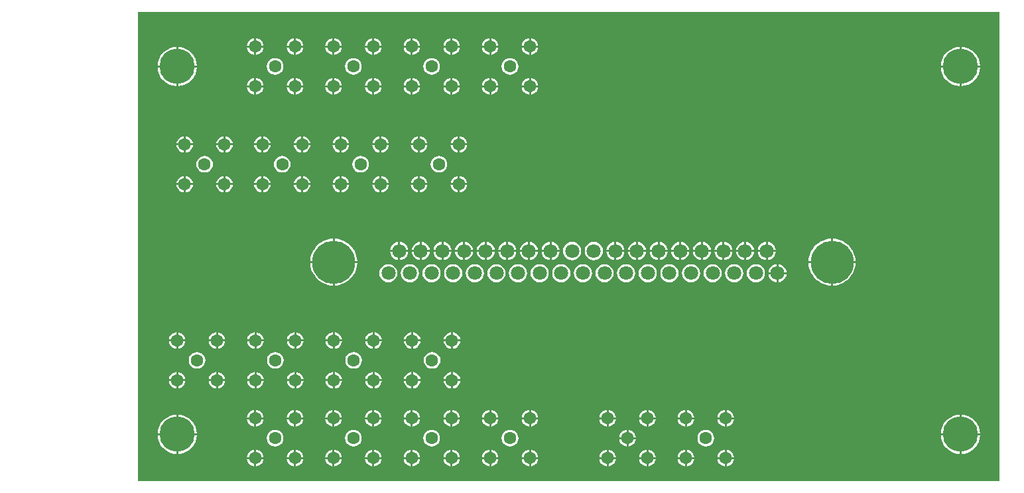
<source format=gbl>
G04*
G04 #@! TF.GenerationSoftware,Altium Limited,Altium Designer,19.1.5 (86)*
G04*
G04 Layer_Physical_Order=2*
G04 Layer_Color=16711680*
%FSLAX25Y25*%
%MOIN*%
G70*
G01*
G75*
%ADD16C,0.17717*%
%ADD17C,0.06299*%
%ADD18C,0.07087*%
%ADD19C,0.21654*%
G36*
X-57087Y-230807D02*
D01*
D02*
G37*
G36*
X433071Y-235720D02*
X433071Y-236220D01*
X-0D01*
Y-0D01*
X433071D01*
Y-235720D01*
D02*
G37*
%LPC*%
G36*
X197508Y-13439D02*
Y-17059D01*
X201128D01*
X201051Y-16476D01*
X200633Y-15466D01*
X199968Y-14600D01*
X199101Y-13934D01*
X198091Y-13516D01*
X197508Y-13439D01*
D02*
G37*
G36*
X196508D02*
X195925Y-13516D01*
X194915Y-13934D01*
X194048Y-14600D01*
X193383Y-15466D01*
X192965Y-16476D01*
X192888Y-17059D01*
X196508D01*
Y-13439D01*
D02*
G37*
G36*
X177508D02*
Y-17059D01*
X181128D01*
X181051Y-16476D01*
X180633Y-15466D01*
X179967Y-14600D01*
X179101Y-13934D01*
X178091Y-13516D01*
X177508Y-13439D01*
D02*
G37*
G36*
X176508D02*
X175925Y-13516D01*
X174915Y-13934D01*
X174048Y-14600D01*
X173383Y-15466D01*
X172965Y-16476D01*
X172888Y-17059D01*
X176508D01*
Y-13439D01*
D02*
G37*
G36*
X158138D02*
Y-17059D01*
X161758D01*
X161681Y-16476D01*
X161263Y-15466D01*
X160598Y-14600D01*
X159731Y-13934D01*
X158721Y-13516D01*
X158138Y-13439D01*
D02*
G37*
G36*
X157138D02*
X156555Y-13516D01*
X155545Y-13934D01*
X154678Y-14600D01*
X154013Y-15466D01*
X153595Y-16476D01*
X153518Y-17059D01*
X157138D01*
Y-13439D01*
D02*
G37*
G36*
X138138D02*
Y-17059D01*
X141758D01*
X141681Y-16476D01*
X141263Y-15466D01*
X140597Y-14600D01*
X139731Y-13934D01*
X138721Y-13516D01*
X138138Y-13439D01*
D02*
G37*
G36*
X137138D02*
X136555Y-13516D01*
X135545Y-13934D01*
X134678Y-14600D01*
X134013Y-15466D01*
X133595Y-16476D01*
X133518Y-17059D01*
X137138D01*
Y-13439D01*
D02*
G37*
G36*
X118768D02*
Y-17059D01*
X122388D01*
X122311Y-16476D01*
X121893Y-15466D01*
X121228Y-14600D01*
X120361Y-13934D01*
X119351Y-13516D01*
X118768Y-13439D01*
D02*
G37*
G36*
X117768D02*
X117185Y-13516D01*
X116175Y-13934D01*
X115308Y-14600D01*
X114643Y-15466D01*
X114225Y-16476D01*
X114148Y-17059D01*
X117768D01*
Y-13439D01*
D02*
G37*
G36*
X98768D02*
Y-17059D01*
X102388D01*
X102311Y-16476D01*
X101893Y-15466D01*
X101227Y-14600D01*
X100361Y-13934D01*
X99351Y-13516D01*
X98768Y-13439D01*
D02*
G37*
G36*
X97768D02*
X97185Y-13516D01*
X96175Y-13934D01*
X95308Y-14600D01*
X94643Y-15466D01*
X94225Y-16476D01*
X94148Y-17059D01*
X97768D01*
Y-13439D01*
D02*
G37*
G36*
X79398D02*
Y-17059D01*
X83017D01*
X82941Y-16476D01*
X82522Y-15466D01*
X81857Y-14600D01*
X80990Y-13934D01*
X79981Y-13516D01*
X79398Y-13439D01*
D02*
G37*
G36*
X78398D02*
X77815Y-13516D01*
X76805Y-13934D01*
X75938Y-14600D01*
X75273Y-15466D01*
X74855Y-16476D01*
X74778Y-17059D01*
X78398D01*
Y-13439D01*
D02*
G37*
G36*
X59398D02*
Y-17059D01*
X63017D01*
X62941Y-16476D01*
X62522Y-15466D01*
X61857Y-14600D01*
X60991Y-13934D01*
X59981Y-13516D01*
X59398Y-13439D01*
D02*
G37*
G36*
X58398D02*
X57815Y-13516D01*
X56805Y-13934D01*
X55938Y-14600D01*
X55273Y-15466D01*
X54855Y-16476D01*
X54778Y-17059D01*
X58398D01*
Y-13439D01*
D02*
G37*
G36*
X201128Y-18059D02*
X197508D01*
Y-21679D01*
X198091Y-21602D01*
X199101Y-21184D01*
X199968Y-20519D01*
X200633Y-19652D01*
X201051Y-18642D01*
X201128Y-18059D01*
D02*
G37*
G36*
X196508D02*
X192888D01*
X192965Y-18642D01*
X193383Y-19652D01*
X194048Y-20519D01*
X194915Y-21184D01*
X195925Y-21602D01*
X196508Y-21679D01*
Y-18059D01*
D02*
G37*
G36*
X181128D02*
X177508D01*
Y-21679D01*
X178091Y-21602D01*
X179101Y-21184D01*
X179967Y-20519D01*
X180633Y-19652D01*
X181051Y-18642D01*
X181128Y-18059D01*
D02*
G37*
G36*
X176508D02*
X172888D01*
X172965Y-18642D01*
X173383Y-19652D01*
X174048Y-20519D01*
X174915Y-21184D01*
X175925Y-21602D01*
X176508Y-21679D01*
Y-18059D01*
D02*
G37*
G36*
X161758D02*
X158138D01*
Y-21679D01*
X158721Y-21602D01*
X159731Y-21184D01*
X160598Y-20519D01*
X161263Y-19652D01*
X161681Y-18642D01*
X161758Y-18059D01*
D02*
G37*
G36*
X157138D02*
X153518D01*
X153595Y-18642D01*
X154013Y-19652D01*
X154678Y-20519D01*
X155545Y-21184D01*
X156555Y-21602D01*
X157138Y-21679D01*
Y-18059D01*
D02*
G37*
G36*
X141758D02*
X138138D01*
Y-21679D01*
X138721Y-21602D01*
X139731Y-21184D01*
X140597Y-20519D01*
X141263Y-19652D01*
X141681Y-18642D01*
X141758Y-18059D01*
D02*
G37*
G36*
X137138D02*
X133518D01*
X133595Y-18642D01*
X134013Y-19652D01*
X134678Y-20519D01*
X135545Y-21184D01*
X136555Y-21602D01*
X137138Y-21679D01*
Y-18059D01*
D02*
G37*
G36*
X122388D02*
X118768D01*
Y-21679D01*
X119351Y-21602D01*
X120361Y-21184D01*
X121228Y-20519D01*
X121893Y-19652D01*
X122311Y-18642D01*
X122388Y-18059D01*
D02*
G37*
G36*
X117768D02*
X114148D01*
X114225Y-18642D01*
X114643Y-19652D01*
X115308Y-20519D01*
X116175Y-21184D01*
X117185Y-21602D01*
X117768Y-21679D01*
Y-18059D01*
D02*
G37*
G36*
X102388D02*
X98768D01*
Y-21679D01*
X99351Y-21602D01*
X100361Y-21184D01*
X101227Y-20519D01*
X101893Y-19652D01*
X102311Y-18642D01*
X102388Y-18059D01*
D02*
G37*
G36*
X97768D02*
X94148D01*
X94225Y-18642D01*
X94643Y-19652D01*
X95308Y-20519D01*
X96175Y-21184D01*
X97185Y-21602D01*
X97768Y-21679D01*
Y-18059D01*
D02*
G37*
G36*
X83017D02*
X79398D01*
Y-21679D01*
X79981Y-21602D01*
X80990Y-21184D01*
X81857Y-20519D01*
X82522Y-19652D01*
X82941Y-18642D01*
X83017Y-18059D01*
D02*
G37*
G36*
X78398D02*
X74778D01*
X74855Y-18642D01*
X75273Y-19652D01*
X75938Y-20519D01*
X76805Y-21184D01*
X77815Y-21602D01*
X78398Y-21679D01*
Y-18059D01*
D02*
G37*
G36*
X63017D02*
X59398D01*
Y-21679D01*
X59981Y-21602D01*
X60991Y-21184D01*
X61857Y-20519D01*
X62522Y-19652D01*
X62941Y-18642D01*
X63017Y-18059D01*
D02*
G37*
G36*
X58398D02*
X54778D01*
X54855Y-18642D01*
X55273Y-19652D01*
X55938Y-20519D01*
X56805Y-21184D01*
X57815Y-21602D01*
X58398Y-21679D01*
Y-18059D01*
D02*
G37*
G36*
X413886Y-17702D02*
Y-27059D01*
X423243D01*
X423101Y-25627D01*
X422538Y-23768D01*
X421622Y-22056D01*
X420390Y-20554D01*
X418889Y-19322D01*
X417177Y-18407D01*
X415318Y-17843D01*
X413886Y-17702D01*
D02*
G37*
G36*
X412886D02*
X411453Y-17843D01*
X409595Y-18407D01*
X407882Y-19322D01*
X406381Y-20554D01*
X405149Y-22056D01*
X404234Y-23768D01*
X403670Y-25627D01*
X403529Y-27059D01*
X412886D01*
Y-17702D01*
D02*
G37*
G36*
X20185D02*
Y-27059D01*
X29542D01*
X29401Y-25627D01*
X28837Y-23768D01*
X27922Y-22056D01*
X26690Y-20554D01*
X25188Y-19322D01*
X23476Y-18407D01*
X21618Y-17843D01*
X20185Y-17702D01*
D02*
G37*
G36*
X19185D02*
X17752Y-17843D01*
X15894Y-18407D01*
X14182Y-19322D01*
X12680Y-20554D01*
X11449Y-22056D01*
X10533Y-23768D01*
X9969Y-25627D01*
X9828Y-27059D01*
X19185D01*
Y-17702D01*
D02*
G37*
G36*
X187008Y-23374D02*
X185925Y-23516D01*
X184915Y-23934D01*
X184048Y-24600D01*
X183383Y-25466D01*
X182965Y-26476D01*
X182823Y-27559D01*
X182965Y-28642D01*
X183383Y-29652D01*
X184048Y-30519D01*
X184915Y-31184D01*
X185925Y-31602D01*
X187008Y-31745D01*
X188091Y-31602D01*
X189101Y-31184D01*
X189968Y-30519D01*
X190633Y-29652D01*
X191051Y-28642D01*
X191193Y-27559D01*
X191051Y-26476D01*
X190633Y-25466D01*
X189968Y-24600D01*
X189101Y-23934D01*
X188091Y-23516D01*
X187008Y-23374D01*
D02*
G37*
G36*
X147638D02*
X146555Y-23516D01*
X145545Y-23934D01*
X144678Y-24600D01*
X144013Y-25466D01*
X143595Y-26476D01*
X143453Y-27559D01*
X143595Y-28642D01*
X144013Y-29652D01*
X144678Y-30519D01*
X145545Y-31184D01*
X146555Y-31602D01*
X147638Y-31745D01*
X148721Y-31602D01*
X149731Y-31184D01*
X150598Y-30519D01*
X151263Y-29652D01*
X151681Y-28642D01*
X151823Y-27559D01*
X151681Y-26476D01*
X151263Y-25466D01*
X150598Y-24600D01*
X149731Y-23934D01*
X148721Y-23516D01*
X147638Y-23374D01*
D02*
G37*
G36*
X108268D02*
X107185Y-23516D01*
X106175Y-23934D01*
X105308Y-24600D01*
X104643Y-25466D01*
X104225Y-26476D01*
X104083Y-27559D01*
X104225Y-28642D01*
X104643Y-29652D01*
X105308Y-30519D01*
X106175Y-31184D01*
X107185Y-31602D01*
X108268Y-31745D01*
X109351Y-31602D01*
X110361Y-31184D01*
X111228Y-30519D01*
X111893Y-29652D01*
X112311Y-28642D01*
X112453Y-27559D01*
X112311Y-26476D01*
X111893Y-25466D01*
X111228Y-24600D01*
X110361Y-23934D01*
X109351Y-23516D01*
X108268Y-23374D01*
D02*
G37*
G36*
X68898D02*
X67814Y-23516D01*
X66805Y-23934D01*
X65938Y-24600D01*
X65273Y-25466D01*
X64855Y-26476D01*
X64712Y-27559D01*
X64855Y-28642D01*
X65273Y-29652D01*
X65938Y-30519D01*
X66805Y-31184D01*
X67814Y-31602D01*
X68898Y-31745D01*
X69981Y-31602D01*
X70991Y-31184D01*
X71857Y-30519D01*
X72522Y-29652D01*
X72941Y-28642D01*
X73083Y-27559D01*
X72941Y-26476D01*
X72522Y-25466D01*
X71857Y-24600D01*
X70991Y-23934D01*
X69981Y-23516D01*
X68898Y-23374D01*
D02*
G37*
G36*
X197508Y-33439D02*
Y-37059D01*
X201128D01*
X201051Y-36476D01*
X200633Y-35466D01*
X199968Y-34600D01*
X199101Y-33934D01*
X198091Y-33516D01*
X197508Y-33439D01*
D02*
G37*
G36*
X196508D02*
X195925Y-33516D01*
X194915Y-33934D01*
X194048Y-34600D01*
X193383Y-35466D01*
X192965Y-36476D01*
X192888Y-37059D01*
X196508D01*
Y-33439D01*
D02*
G37*
G36*
X177508D02*
Y-37059D01*
X181128D01*
X181051Y-36476D01*
X180633Y-35466D01*
X179967Y-34600D01*
X179101Y-33934D01*
X178091Y-33516D01*
X177508Y-33439D01*
D02*
G37*
G36*
X176508D02*
X175925Y-33516D01*
X174915Y-33934D01*
X174048Y-34600D01*
X173383Y-35466D01*
X172965Y-36476D01*
X172888Y-37059D01*
X176508D01*
Y-33439D01*
D02*
G37*
G36*
X158138D02*
Y-37059D01*
X161758D01*
X161681Y-36476D01*
X161263Y-35466D01*
X160598Y-34600D01*
X159731Y-33934D01*
X158721Y-33516D01*
X158138Y-33439D01*
D02*
G37*
G36*
X157138D02*
X156555Y-33516D01*
X155545Y-33934D01*
X154678Y-34600D01*
X154013Y-35466D01*
X153595Y-36476D01*
X153518Y-37059D01*
X157138D01*
Y-33439D01*
D02*
G37*
G36*
X138138D02*
Y-37059D01*
X141758D01*
X141681Y-36476D01*
X141263Y-35466D01*
X140597Y-34600D01*
X139731Y-33934D01*
X138721Y-33516D01*
X138138Y-33439D01*
D02*
G37*
G36*
X137138D02*
X136555Y-33516D01*
X135545Y-33934D01*
X134678Y-34600D01*
X134013Y-35466D01*
X133595Y-36476D01*
X133518Y-37059D01*
X137138D01*
Y-33439D01*
D02*
G37*
G36*
X118768D02*
Y-37059D01*
X122388D01*
X122311Y-36476D01*
X121893Y-35466D01*
X121228Y-34600D01*
X120361Y-33934D01*
X119351Y-33516D01*
X118768Y-33439D01*
D02*
G37*
G36*
X117768D02*
X117185Y-33516D01*
X116175Y-33934D01*
X115308Y-34600D01*
X114643Y-35466D01*
X114225Y-36476D01*
X114148Y-37059D01*
X117768D01*
Y-33439D01*
D02*
G37*
G36*
X98768D02*
Y-37059D01*
X102388D01*
X102311Y-36476D01*
X101893Y-35466D01*
X101227Y-34600D01*
X100361Y-33934D01*
X99351Y-33516D01*
X98768Y-33439D01*
D02*
G37*
G36*
X97768D02*
X97185Y-33516D01*
X96175Y-33934D01*
X95308Y-34600D01*
X94643Y-35466D01*
X94225Y-36476D01*
X94148Y-37059D01*
X97768D01*
Y-33439D01*
D02*
G37*
G36*
X79398D02*
Y-37059D01*
X83017D01*
X82941Y-36476D01*
X82522Y-35466D01*
X81857Y-34600D01*
X80990Y-33934D01*
X79981Y-33516D01*
X79398Y-33439D01*
D02*
G37*
G36*
X78398D02*
X77815Y-33516D01*
X76805Y-33934D01*
X75938Y-34600D01*
X75273Y-35466D01*
X74855Y-36476D01*
X74778Y-37059D01*
X78398D01*
Y-33439D01*
D02*
G37*
G36*
X59398D02*
Y-37059D01*
X63017D01*
X62941Y-36476D01*
X62522Y-35466D01*
X61857Y-34600D01*
X60991Y-33934D01*
X59981Y-33516D01*
X59398Y-33439D01*
D02*
G37*
G36*
X58398D02*
X57815Y-33516D01*
X56805Y-33934D01*
X55938Y-34600D01*
X55273Y-35466D01*
X54855Y-36476D01*
X54778Y-37059D01*
X58398D01*
Y-33439D01*
D02*
G37*
G36*
X423243Y-28059D02*
X413886D01*
Y-37416D01*
X415318Y-37275D01*
X417177Y-36711D01*
X418889Y-35796D01*
X420390Y-34564D01*
X421622Y-33062D01*
X422538Y-31350D01*
X423101Y-29492D01*
X423243Y-28059D01*
D02*
G37*
G36*
X412886D02*
X403529D01*
X403670Y-29492D01*
X404234Y-31350D01*
X405149Y-33062D01*
X406381Y-34564D01*
X407882Y-35796D01*
X409595Y-36711D01*
X411453Y-37275D01*
X412886Y-37416D01*
Y-28059D01*
D02*
G37*
G36*
X29542D02*
X20185D01*
Y-37416D01*
X21618Y-37275D01*
X23476Y-36711D01*
X25188Y-35796D01*
X26690Y-34564D01*
X27922Y-33062D01*
X28837Y-31350D01*
X29401Y-29492D01*
X29542Y-28059D01*
D02*
G37*
G36*
X19185D02*
X9828D01*
X9969Y-29492D01*
X10533Y-31350D01*
X11449Y-33062D01*
X12680Y-34564D01*
X14182Y-35796D01*
X15894Y-36711D01*
X17752Y-37275D01*
X19185Y-37416D01*
Y-28059D01*
D02*
G37*
G36*
X201128Y-38059D02*
X197508D01*
Y-41679D01*
X198091Y-41602D01*
X199101Y-41184D01*
X199968Y-40519D01*
X200633Y-39652D01*
X201051Y-38642D01*
X201128Y-38059D01*
D02*
G37*
G36*
X196508D02*
X192888D01*
X192965Y-38642D01*
X193383Y-39652D01*
X194048Y-40519D01*
X194915Y-41184D01*
X195925Y-41602D01*
X196508Y-41679D01*
Y-38059D01*
D02*
G37*
G36*
X181128D02*
X177508D01*
Y-41679D01*
X178091Y-41602D01*
X179101Y-41184D01*
X179967Y-40519D01*
X180633Y-39652D01*
X181051Y-38642D01*
X181128Y-38059D01*
D02*
G37*
G36*
X176508D02*
X172888D01*
X172965Y-38642D01*
X173383Y-39652D01*
X174048Y-40519D01*
X174915Y-41184D01*
X175925Y-41602D01*
X176508Y-41679D01*
Y-38059D01*
D02*
G37*
G36*
X161758D02*
X158138D01*
Y-41679D01*
X158721Y-41602D01*
X159731Y-41184D01*
X160598Y-40519D01*
X161263Y-39652D01*
X161681Y-38642D01*
X161758Y-38059D01*
D02*
G37*
G36*
X157138D02*
X153518D01*
X153595Y-38642D01*
X154013Y-39652D01*
X154678Y-40519D01*
X155545Y-41184D01*
X156555Y-41602D01*
X157138Y-41679D01*
Y-38059D01*
D02*
G37*
G36*
X141758D02*
X138138D01*
Y-41679D01*
X138721Y-41602D01*
X139731Y-41184D01*
X140597Y-40519D01*
X141263Y-39652D01*
X141681Y-38642D01*
X141758Y-38059D01*
D02*
G37*
G36*
X137138D02*
X133518D01*
X133595Y-38642D01*
X134013Y-39652D01*
X134678Y-40519D01*
X135545Y-41184D01*
X136555Y-41602D01*
X137138Y-41679D01*
Y-38059D01*
D02*
G37*
G36*
X122388D02*
X118768D01*
Y-41679D01*
X119351Y-41602D01*
X120361Y-41184D01*
X121228Y-40519D01*
X121893Y-39652D01*
X122311Y-38642D01*
X122388Y-38059D01*
D02*
G37*
G36*
X117768D02*
X114148D01*
X114225Y-38642D01*
X114643Y-39652D01*
X115308Y-40519D01*
X116175Y-41184D01*
X117185Y-41602D01*
X117768Y-41679D01*
Y-38059D01*
D02*
G37*
G36*
X102388D02*
X98768D01*
Y-41679D01*
X99351Y-41602D01*
X100361Y-41184D01*
X101227Y-40519D01*
X101893Y-39652D01*
X102311Y-38642D01*
X102388Y-38059D01*
D02*
G37*
G36*
X97768D02*
X94148D01*
X94225Y-38642D01*
X94643Y-39652D01*
X95308Y-40519D01*
X96175Y-41184D01*
X97185Y-41602D01*
X97768Y-41679D01*
Y-38059D01*
D02*
G37*
G36*
X83017D02*
X79398D01*
Y-41679D01*
X79981Y-41602D01*
X80990Y-41184D01*
X81857Y-40519D01*
X82522Y-39652D01*
X82941Y-38642D01*
X83017Y-38059D01*
D02*
G37*
G36*
X78398D02*
X74778D01*
X74855Y-38642D01*
X75273Y-39652D01*
X75938Y-40519D01*
X76805Y-41184D01*
X77815Y-41602D01*
X78398Y-41679D01*
Y-38059D01*
D02*
G37*
G36*
X63017D02*
X59398D01*
Y-41679D01*
X59981Y-41602D01*
X60991Y-41184D01*
X61857Y-40519D01*
X62522Y-39652D01*
X62941Y-38642D01*
X63017Y-38059D01*
D02*
G37*
G36*
X58398D02*
X54778D01*
X54855Y-38642D01*
X55273Y-39652D01*
X55938Y-40519D01*
X56805Y-41184D01*
X57815Y-41602D01*
X58398Y-41679D01*
Y-38059D01*
D02*
G37*
G36*
X161760Y-62652D02*
Y-66272D01*
X165379D01*
X165303Y-65688D01*
X164884Y-64679D01*
X164219Y-63812D01*
X163353Y-63147D01*
X162343Y-62729D01*
X161760Y-62652D01*
D02*
G37*
G36*
X160760D02*
X160177Y-62729D01*
X159167Y-63147D01*
X158300Y-63812D01*
X157635Y-64679D01*
X157217Y-65688D01*
X157140Y-66272D01*
X160760D01*
Y-62652D01*
D02*
G37*
G36*
X141760D02*
Y-66272D01*
X145379D01*
X145303Y-65688D01*
X144884Y-64679D01*
X144219Y-63812D01*
X143352Y-63147D01*
X142343Y-62729D01*
X141760Y-62652D01*
D02*
G37*
G36*
X140760D02*
X140176Y-62729D01*
X139167Y-63147D01*
X138300Y-63812D01*
X137635Y-64679D01*
X137217Y-65688D01*
X137140Y-66272D01*
X140760D01*
Y-62652D01*
D02*
G37*
G36*
X122390D02*
Y-66272D01*
X126009D01*
X125933Y-65688D01*
X125514Y-64679D01*
X124849Y-63812D01*
X123983Y-63147D01*
X122973Y-62729D01*
X122390Y-62652D01*
D02*
G37*
G36*
X121390D02*
X120807Y-62729D01*
X119797Y-63147D01*
X118930Y-63812D01*
X118265Y-64679D01*
X117847Y-65688D01*
X117770Y-66272D01*
X121390D01*
Y-62652D01*
D02*
G37*
G36*
X102390D02*
Y-66272D01*
X106009D01*
X105933Y-65688D01*
X105514Y-64679D01*
X104849Y-63812D01*
X103982Y-63147D01*
X102973Y-62729D01*
X102390Y-62652D01*
D02*
G37*
G36*
X101390D02*
X100806Y-62729D01*
X99797Y-63147D01*
X98930Y-63812D01*
X98265Y-64679D01*
X97847Y-65688D01*
X97770Y-66272D01*
X101390D01*
Y-62652D01*
D02*
G37*
G36*
X83020D02*
Y-66272D01*
X86639D01*
X86562Y-65688D01*
X86144Y-64679D01*
X85479Y-63812D01*
X84612Y-63147D01*
X83603Y-62729D01*
X83020Y-62652D01*
D02*
G37*
G36*
X82020D02*
X81436Y-62729D01*
X80427Y-63147D01*
X79560Y-63812D01*
X78895Y-64679D01*
X78477Y-65688D01*
X78400Y-66272D01*
X82020D01*
Y-62652D01*
D02*
G37*
G36*
X63020D02*
Y-66272D01*
X66639D01*
X66562Y-65688D01*
X66144Y-64679D01*
X65479Y-63812D01*
X64612Y-63147D01*
X63603Y-62729D01*
X63020Y-62652D01*
D02*
G37*
G36*
X62020D02*
X61436Y-62729D01*
X60427Y-63147D01*
X59560Y-63812D01*
X58895Y-64679D01*
X58477Y-65688D01*
X58400Y-66272D01*
X62020D01*
Y-62652D01*
D02*
G37*
G36*
X43965D02*
Y-66272D01*
X47584D01*
X47507Y-65688D01*
X47089Y-64679D01*
X46424Y-63812D01*
X45557Y-63147D01*
X44548Y-62729D01*
X43965Y-62652D01*
D02*
G37*
G36*
X42965D02*
X42381Y-62729D01*
X41372Y-63147D01*
X40505Y-63812D01*
X39840Y-64679D01*
X39422Y-65688D01*
X39345Y-66272D01*
X42965D01*
Y-62652D01*
D02*
G37*
G36*
X23965D02*
Y-66272D01*
X27584D01*
X27507Y-65688D01*
X27089Y-64679D01*
X26424Y-63812D01*
X25557Y-63147D01*
X24548Y-62729D01*
X23965Y-62652D01*
D02*
G37*
G36*
X22965D02*
X22381Y-62729D01*
X21372Y-63147D01*
X20505Y-63812D01*
X19840Y-64679D01*
X19422Y-65688D01*
X19345Y-66272D01*
X22965D01*
Y-62652D01*
D02*
G37*
G36*
X165379Y-67272D02*
X161760D01*
Y-70891D01*
X162343Y-70814D01*
X163353Y-70396D01*
X164219Y-69731D01*
X164884Y-68864D01*
X165303Y-67855D01*
X165379Y-67272D01*
D02*
G37*
G36*
X160760D02*
X157140D01*
X157217Y-67855D01*
X157635Y-68864D01*
X158300Y-69731D01*
X159167Y-70396D01*
X160177Y-70814D01*
X160760Y-70891D01*
Y-67272D01*
D02*
G37*
G36*
X145379D02*
X141760D01*
Y-70891D01*
X142343Y-70814D01*
X143352Y-70396D01*
X144219Y-69731D01*
X144884Y-68864D01*
X145303Y-67855D01*
X145379Y-67272D01*
D02*
G37*
G36*
X140760D02*
X137140D01*
X137217Y-67855D01*
X137635Y-68864D01*
X138300Y-69731D01*
X139167Y-70396D01*
X140176Y-70814D01*
X140760Y-70891D01*
Y-67272D01*
D02*
G37*
G36*
X126009D02*
X122390D01*
Y-70891D01*
X122973Y-70814D01*
X123983Y-70396D01*
X124849Y-69731D01*
X125514Y-68864D01*
X125933Y-67855D01*
X126009Y-67272D01*
D02*
G37*
G36*
X121390D02*
X117770D01*
X117847Y-67855D01*
X118265Y-68864D01*
X118930Y-69731D01*
X119797Y-70396D01*
X120807Y-70814D01*
X121390Y-70891D01*
Y-67272D01*
D02*
G37*
G36*
X106009D02*
X102390D01*
Y-70891D01*
X102973Y-70814D01*
X103982Y-70396D01*
X104849Y-69731D01*
X105514Y-68864D01*
X105933Y-67855D01*
X106009Y-67272D01*
D02*
G37*
G36*
X101390D02*
X97770D01*
X97847Y-67855D01*
X98265Y-68864D01*
X98930Y-69731D01*
X99797Y-70396D01*
X100806Y-70814D01*
X101390Y-70891D01*
Y-67272D01*
D02*
G37*
G36*
X86639D02*
X83020D01*
Y-70891D01*
X83603Y-70814D01*
X84612Y-70396D01*
X85479Y-69731D01*
X86144Y-68864D01*
X86562Y-67855D01*
X86639Y-67272D01*
D02*
G37*
G36*
X82020D02*
X78400D01*
X78477Y-67855D01*
X78895Y-68864D01*
X79560Y-69731D01*
X80427Y-70396D01*
X81436Y-70814D01*
X82020Y-70891D01*
Y-67272D01*
D02*
G37*
G36*
X66639D02*
X63020D01*
Y-70891D01*
X63603Y-70814D01*
X64612Y-70396D01*
X65479Y-69731D01*
X66144Y-68864D01*
X66562Y-67855D01*
X66639Y-67272D01*
D02*
G37*
G36*
X62020D02*
X58400D01*
X58477Y-67855D01*
X58895Y-68864D01*
X59560Y-69731D01*
X60427Y-70396D01*
X61436Y-70814D01*
X62020Y-70891D01*
Y-67272D01*
D02*
G37*
G36*
X47584D02*
X43965D01*
Y-70891D01*
X44548Y-70814D01*
X45557Y-70396D01*
X46424Y-69731D01*
X47089Y-68864D01*
X47507Y-67855D01*
X47584Y-67272D01*
D02*
G37*
G36*
X42965D02*
X39345D01*
X39422Y-67855D01*
X39840Y-68864D01*
X40505Y-69731D01*
X41372Y-70396D01*
X42381Y-70814D01*
X42965Y-70891D01*
Y-67272D01*
D02*
G37*
G36*
X27584D02*
X23965D01*
Y-70891D01*
X24548Y-70814D01*
X25557Y-70396D01*
X26424Y-69731D01*
X27089Y-68864D01*
X27507Y-67855D01*
X27584Y-67272D01*
D02*
G37*
G36*
X22965D02*
X19345D01*
X19422Y-67855D01*
X19840Y-68864D01*
X20505Y-69731D01*
X21372Y-70396D01*
X22381Y-70814D01*
X22965Y-70891D01*
Y-67272D01*
D02*
G37*
G36*
X151260Y-72586D02*
X150177Y-72729D01*
X149167Y-73147D01*
X148300Y-73812D01*
X147635Y-74679D01*
X147217Y-75688D01*
X147074Y-76772D01*
X147217Y-77855D01*
X147635Y-78864D01*
X148300Y-79731D01*
X149167Y-80396D01*
X150177Y-80814D01*
X151260Y-80957D01*
X152343Y-80814D01*
X153352Y-80396D01*
X154219Y-79731D01*
X154884Y-78864D01*
X155303Y-77855D01*
X155445Y-76772D01*
X155303Y-75688D01*
X154884Y-74679D01*
X154219Y-73812D01*
X153352Y-73147D01*
X152343Y-72729D01*
X151260Y-72586D01*
D02*
G37*
G36*
X111890D02*
X110807Y-72729D01*
X109797Y-73147D01*
X108930Y-73812D01*
X108265Y-74679D01*
X107847Y-75688D01*
X107704Y-76772D01*
X107847Y-77855D01*
X108265Y-78864D01*
X108930Y-79731D01*
X109797Y-80396D01*
X110807Y-80814D01*
X111890Y-80957D01*
X112973Y-80814D01*
X113982Y-80396D01*
X114849Y-79731D01*
X115514Y-78864D01*
X115933Y-77855D01*
X116075Y-76772D01*
X115933Y-75688D01*
X115514Y-74679D01*
X114849Y-73812D01*
X113982Y-73147D01*
X112973Y-72729D01*
X111890Y-72586D01*
D02*
G37*
G36*
X72520D02*
X71436Y-72729D01*
X70427Y-73147D01*
X69560Y-73812D01*
X68895Y-74679D01*
X68477Y-75688D01*
X68334Y-76772D01*
X68477Y-77855D01*
X68895Y-78864D01*
X69560Y-79731D01*
X70427Y-80396D01*
X71436Y-80814D01*
X72520Y-80957D01*
X73603Y-80814D01*
X74612Y-80396D01*
X75479Y-79731D01*
X76144Y-78864D01*
X76562Y-77855D01*
X76705Y-76772D01*
X76562Y-75688D01*
X76144Y-74679D01*
X75479Y-73812D01*
X74612Y-73147D01*
X73603Y-72729D01*
X72520Y-72586D01*
D02*
G37*
G36*
X33465D02*
X32381Y-72729D01*
X31372Y-73147D01*
X30505Y-73812D01*
X29840Y-74679D01*
X29422Y-75688D01*
X29279Y-76772D01*
X29422Y-77855D01*
X29840Y-78864D01*
X30505Y-79731D01*
X31372Y-80396D01*
X32381Y-80814D01*
X33465Y-80957D01*
X34548Y-80814D01*
X35557Y-80396D01*
X36424Y-79731D01*
X37089Y-78864D01*
X37507Y-77855D01*
X37650Y-76772D01*
X37507Y-75688D01*
X37089Y-74679D01*
X36424Y-73812D01*
X35557Y-73147D01*
X34548Y-72729D01*
X33465Y-72586D01*
D02*
G37*
G36*
X161760Y-82652D02*
Y-86272D01*
X165379D01*
X165303Y-85688D01*
X164884Y-84679D01*
X164219Y-83812D01*
X163353Y-83147D01*
X162343Y-82729D01*
X161760Y-82652D01*
D02*
G37*
G36*
X160760D02*
X160177Y-82729D01*
X159167Y-83147D01*
X158300Y-83812D01*
X157635Y-84679D01*
X157217Y-85688D01*
X157140Y-86272D01*
X160760D01*
Y-82652D01*
D02*
G37*
G36*
X141760D02*
Y-86272D01*
X145379D01*
X145303Y-85688D01*
X144884Y-84679D01*
X144219Y-83812D01*
X143352Y-83147D01*
X142343Y-82729D01*
X141760Y-82652D01*
D02*
G37*
G36*
X140760D02*
X140176Y-82729D01*
X139167Y-83147D01*
X138300Y-83812D01*
X137635Y-84679D01*
X137217Y-85688D01*
X137140Y-86272D01*
X140760D01*
Y-82652D01*
D02*
G37*
G36*
X122390D02*
Y-86272D01*
X126009D01*
X125933Y-85688D01*
X125514Y-84679D01*
X124849Y-83812D01*
X123983Y-83147D01*
X122973Y-82729D01*
X122390Y-82652D01*
D02*
G37*
G36*
X121390D02*
X120807Y-82729D01*
X119797Y-83147D01*
X118930Y-83812D01*
X118265Y-84679D01*
X117847Y-85688D01*
X117770Y-86272D01*
X121390D01*
Y-82652D01*
D02*
G37*
G36*
X102390D02*
Y-86272D01*
X106009D01*
X105933Y-85688D01*
X105514Y-84679D01*
X104849Y-83812D01*
X103982Y-83147D01*
X102973Y-82729D01*
X102390Y-82652D01*
D02*
G37*
G36*
X101390D02*
X100806Y-82729D01*
X99797Y-83147D01*
X98930Y-83812D01*
X98265Y-84679D01*
X97847Y-85688D01*
X97770Y-86272D01*
X101390D01*
Y-82652D01*
D02*
G37*
G36*
X83020D02*
Y-86272D01*
X86639D01*
X86562Y-85688D01*
X86144Y-84679D01*
X85479Y-83812D01*
X84612Y-83147D01*
X83603Y-82729D01*
X83020Y-82652D01*
D02*
G37*
G36*
X82020D02*
X81436Y-82729D01*
X80427Y-83147D01*
X79560Y-83812D01*
X78895Y-84679D01*
X78477Y-85688D01*
X78400Y-86272D01*
X82020D01*
Y-82652D01*
D02*
G37*
G36*
X63020D02*
Y-86272D01*
X66639D01*
X66562Y-85688D01*
X66144Y-84679D01*
X65479Y-83812D01*
X64612Y-83147D01*
X63603Y-82729D01*
X63020Y-82652D01*
D02*
G37*
G36*
X62020D02*
X61436Y-82729D01*
X60427Y-83147D01*
X59560Y-83812D01*
X58895Y-84679D01*
X58477Y-85688D01*
X58400Y-86272D01*
X62020D01*
Y-82652D01*
D02*
G37*
G36*
X43965D02*
Y-86272D01*
X47584D01*
X47507Y-85688D01*
X47089Y-84679D01*
X46424Y-83812D01*
X45557Y-83147D01*
X44548Y-82729D01*
X43965Y-82652D01*
D02*
G37*
G36*
X42965D02*
X42381Y-82729D01*
X41372Y-83147D01*
X40505Y-83812D01*
X39840Y-84679D01*
X39422Y-85688D01*
X39345Y-86272D01*
X42965D01*
Y-82652D01*
D02*
G37*
G36*
X23965D02*
Y-86272D01*
X27584D01*
X27507Y-85688D01*
X27089Y-84679D01*
X26424Y-83812D01*
X25557Y-83147D01*
X24548Y-82729D01*
X23965Y-82652D01*
D02*
G37*
G36*
X22965D02*
X22381Y-82729D01*
X21372Y-83147D01*
X20505Y-83812D01*
X19840Y-84679D01*
X19422Y-85688D01*
X19345Y-86272D01*
X22965D01*
Y-82652D01*
D02*
G37*
G36*
X165379Y-87272D02*
X161760D01*
Y-90891D01*
X162343Y-90814D01*
X163353Y-90396D01*
X164219Y-89731D01*
X164884Y-88864D01*
X165303Y-87855D01*
X165379Y-87272D01*
D02*
G37*
G36*
X160760D02*
X157140D01*
X157217Y-87855D01*
X157635Y-88864D01*
X158300Y-89731D01*
X159167Y-90396D01*
X160177Y-90814D01*
X160760Y-90891D01*
Y-87272D01*
D02*
G37*
G36*
X145379D02*
X141760D01*
Y-90891D01*
X142343Y-90814D01*
X143352Y-90396D01*
X144219Y-89731D01*
X144884Y-88864D01*
X145303Y-87855D01*
X145379Y-87272D01*
D02*
G37*
G36*
X140760D02*
X137140D01*
X137217Y-87855D01*
X137635Y-88864D01*
X138300Y-89731D01*
X139167Y-90396D01*
X140176Y-90814D01*
X140760Y-90891D01*
Y-87272D01*
D02*
G37*
G36*
X126009D02*
X122390D01*
Y-90891D01*
X122973Y-90814D01*
X123983Y-90396D01*
X124849Y-89731D01*
X125514Y-88864D01*
X125933Y-87855D01*
X126009Y-87272D01*
D02*
G37*
G36*
X121390D02*
X117770D01*
X117847Y-87855D01*
X118265Y-88864D01*
X118930Y-89731D01*
X119797Y-90396D01*
X120807Y-90814D01*
X121390Y-90891D01*
Y-87272D01*
D02*
G37*
G36*
X106009D02*
X102390D01*
Y-90891D01*
X102973Y-90814D01*
X103982Y-90396D01*
X104849Y-89731D01*
X105514Y-88864D01*
X105933Y-87855D01*
X106009Y-87272D01*
D02*
G37*
G36*
X101390D02*
X97770D01*
X97847Y-87855D01*
X98265Y-88864D01*
X98930Y-89731D01*
X99797Y-90396D01*
X100806Y-90814D01*
X101390Y-90891D01*
Y-87272D01*
D02*
G37*
G36*
X86639D02*
X83020D01*
Y-90891D01*
X83603Y-90814D01*
X84612Y-90396D01*
X85479Y-89731D01*
X86144Y-88864D01*
X86562Y-87855D01*
X86639Y-87272D01*
D02*
G37*
G36*
X82020D02*
X78400D01*
X78477Y-87855D01*
X78895Y-88864D01*
X79560Y-89731D01*
X80427Y-90396D01*
X81436Y-90814D01*
X82020Y-90891D01*
Y-87272D01*
D02*
G37*
G36*
X66639D02*
X63020D01*
Y-90891D01*
X63603Y-90814D01*
X64612Y-90396D01*
X65479Y-89731D01*
X66144Y-88864D01*
X66562Y-87855D01*
X66639Y-87272D01*
D02*
G37*
G36*
X62020D02*
X58400D01*
X58477Y-87855D01*
X58895Y-88864D01*
X59560Y-89731D01*
X60427Y-90396D01*
X61436Y-90814D01*
X62020Y-90891D01*
Y-87272D01*
D02*
G37*
G36*
X47584D02*
X43965D01*
Y-90891D01*
X44548Y-90814D01*
X45557Y-90396D01*
X46424Y-89731D01*
X47089Y-88864D01*
X47507Y-87855D01*
X47584Y-87272D01*
D02*
G37*
G36*
X42965D02*
X39345D01*
X39422Y-87855D01*
X39840Y-88864D01*
X40505Y-89731D01*
X41372Y-90396D01*
X42381Y-90814D01*
X42965Y-90891D01*
Y-87272D01*
D02*
G37*
G36*
X27584D02*
X23965D01*
Y-90891D01*
X24548Y-90814D01*
X25557Y-90396D01*
X26424Y-89731D01*
X27089Y-88864D01*
X27507Y-87855D01*
X27584Y-87272D01*
D02*
G37*
G36*
X22965D02*
X19345D01*
X19422Y-87855D01*
X19840Y-88864D01*
X20505Y-89731D01*
X21372Y-90396D01*
X22381Y-90814D01*
X22965Y-90891D01*
Y-87272D01*
D02*
G37*
G36*
X316513Y-115868D02*
Y-119884D01*
X320529D01*
X320439Y-119198D01*
X319981Y-118093D01*
X319253Y-117144D01*
X318304Y-116416D01*
X317199Y-115958D01*
X316513Y-115868D01*
D02*
G37*
G36*
X315513D02*
X314827Y-115958D01*
X313721Y-116416D01*
X312772Y-117144D01*
X312044Y-118093D01*
X311586Y-119198D01*
X311496Y-119884D01*
X315513D01*
Y-115868D01*
D02*
G37*
G36*
X305646D02*
Y-119884D01*
X309662D01*
X309572Y-119198D01*
X309114Y-118093D01*
X308386Y-117144D01*
X307437Y-116416D01*
X306332Y-115958D01*
X305646Y-115868D01*
D02*
G37*
G36*
X304646D02*
X303960Y-115958D01*
X302854Y-116416D01*
X301905Y-117144D01*
X301177Y-118093D01*
X300719Y-119198D01*
X300629Y-119884D01*
X304646D01*
Y-115868D01*
D02*
G37*
G36*
X294779D02*
Y-119884D01*
X298795D01*
X298705Y-119198D01*
X298247Y-118093D01*
X297519Y-117144D01*
X296570Y-116416D01*
X295465Y-115958D01*
X294779Y-115868D01*
D02*
G37*
G36*
X293779D02*
X293093Y-115958D01*
X291987Y-116416D01*
X291038Y-117144D01*
X290310Y-118093D01*
X289852Y-119198D01*
X289762Y-119884D01*
X293779D01*
Y-115868D01*
D02*
G37*
G36*
X283912D02*
Y-119884D01*
X287929D01*
X287838Y-119198D01*
X287380Y-118093D01*
X286652Y-117144D01*
X285703Y-116416D01*
X284598Y-115958D01*
X283912Y-115868D01*
D02*
G37*
G36*
X282912D02*
X282226Y-115958D01*
X281120Y-116416D01*
X280171Y-117144D01*
X279443Y-118093D01*
X278985Y-119198D01*
X278895Y-119884D01*
X282912D01*
Y-115868D01*
D02*
G37*
G36*
X273045D02*
Y-119884D01*
X277062D01*
X276971Y-119198D01*
X276513Y-118093D01*
X275785Y-117144D01*
X274836Y-116416D01*
X273731Y-115958D01*
X273045Y-115868D01*
D02*
G37*
G36*
X272045D02*
X271359Y-115958D01*
X270253Y-116416D01*
X269304Y-117144D01*
X268576Y-118093D01*
X268118Y-119198D01*
X268028Y-119884D01*
X272045D01*
Y-115868D01*
D02*
G37*
G36*
X262178D02*
Y-119884D01*
X266195D01*
X266104Y-119198D01*
X265646Y-118093D01*
X264918Y-117144D01*
X263969Y-116416D01*
X262864Y-115958D01*
X262178Y-115868D01*
D02*
G37*
G36*
X261178D02*
X260492Y-115958D01*
X259386Y-116416D01*
X258437Y-117144D01*
X257709Y-118093D01*
X257251Y-119198D01*
X257161Y-119884D01*
X261178D01*
Y-115868D01*
D02*
G37*
G36*
X251311D02*
Y-119884D01*
X255327D01*
X255237Y-119198D01*
X254779Y-118093D01*
X254051Y-117144D01*
X253102Y-116416D01*
X251997Y-115958D01*
X251311Y-115868D01*
D02*
G37*
G36*
X250311D02*
X249625Y-115958D01*
X248519Y-116416D01*
X247570Y-117144D01*
X246842Y-118093D01*
X246384Y-119198D01*
X246294Y-119884D01*
X250311D01*
Y-115868D01*
D02*
G37*
G36*
X240444D02*
Y-119884D01*
X244460D01*
X244370Y-119198D01*
X243912Y-118093D01*
X243184Y-117144D01*
X242235Y-116416D01*
X241130Y-115958D01*
X240444Y-115868D01*
D02*
G37*
G36*
X239444D02*
X238758Y-115958D01*
X237652Y-116416D01*
X236703Y-117144D01*
X235975Y-118093D01*
X235517Y-119198D01*
X235427Y-119884D01*
X239444D01*
Y-115868D01*
D02*
G37*
G36*
X207843D02*
Y-119884D01*
X211859D01*
X211769Y-119198D01*
X211311Y-118093D01*
X210583Y-117144D01*
X209634Y-116416D01*
X208529Y-115958D01*
X207843Y-115868D01*
D02*
G37*
G36*
X206843D02*
X206157Y-115958D01*
X205051Y-116416D01*
X204102Y-117144D01*
X203374Y-118093D01*
X202916Y-119198D01*
X202826Y-119884D01*
X206843D01*
Y-115868D01*
D02*
G37*
G36*
X196976D02*
Y-119884D01*
X200992D01*
X200902Y-119198D01*
X200444Y-118093D01*
X199716Y-117144D01*
X198767Y-116416D01*
X197662Y-115958D01*
X196976Y-115868D01*
D02*
G37*
G36*
X195976D02*
X195290Y-115958D01*
X194185Y-116416D01*
X193235Y-117144D01*
X192507Y-118093D01*
X192049Y-119198D01*
X191959Y-119884D01*
X195976D01*
Y-115868D01*
D02*
G37*
G36*
X186109D02*
Y-119884D01*
X190126D01*
X190035Y-119198D01*
X189577Y-118093D01*
X188849Y-117144D01*
X187900Y-116416D01*
X186795Y-115958D01*
X186109Y-115868D01*
D02*
G37*
G36*
X185109D02*
X184423Y-115958D01*
X183317Y-116416D01*
X182369Y-117144D01*
X181640Y-118093D01*
X181182Y-119198D01*
X181092Y-119884D01*
X185109D01*
Y-115868D01*
D02*
G37*
G36*
X175242D02*
Y-119884D01*
X179258D01*
X179168Y-119198D01*
X178710Y-118093D01*
X177982Y-117144D01*
X177033Y-116416D01*
X175928Y-115958D01*
X175242Y-115868D01*
D02*
G37*
G36*
X174242D02*
X173556Y-115958D01*
X172450Y-116416D01*
X171501Y-117144D01*
X170773Y-118093D01*
X170315Y-119198D01*
X170225Y-119884D01*
X174242D01*
Y-115868D01*
D02*
G37*
G36*
X164375D02*
Y-119884D01*
X168392D01*
X168301Y-119198D01*
X167843Y-118093D01*
X167115Y-117144D01*
X166166Y-116416D01*
X165061Y-115958D01*
X164375Y-115868D01*
D02*
G37*
G36*
X163375D02*
X162689Y-115958D01*
X161583Y-116416D01*
X160634Y-117144D01*
X159906Y-118093D01*
X159448Y-119198D01*
X159358Y-119884D01*
X163375D01*
Y-115868D01*
D02*
G37*
G36*
X153508D02*
Y-119884D01*
X157525D01*
X157434Y-119198D01*
X156976Y-118093D01*
X156248Y-117144D01*
X155299Y-116416D01*
X154194Y-115958D01*
X153508Y-115868D01*
D02*
G37*
G36*
X152508D02*
X151822Y-115958D01*
X150716Y-116416D01*
X149767Y-117144D01*
X149039Y-118093D01*
X148581Y-119198D01*
X148491Y-119884D01*
X152508D01*
Y-115868D01*
D02*
G37*
G36*
X142641D02*
Y-119884D01*
X146657D01*
X146567Y-119198D01*
X146109Y-118093D01*
X145381Y-117144D01*
X144432Y-116416D01*
X143327Y-115958D01*
X142641Y-115868D01*
D02*
G37*
G36*
X141641D02*
X140955Y-115958D01*
X139849Y-116416D01*
X138900Y-117144D01*
X138172Y-118093D01*
X137714Y-119198D01*
X137624Y-119884D01*
X141641D01*
Y-115868D01*
D02*
G37*
G36*
X131774D02*
Y-119884D01*
X135791D01*
X135700Y-119198D01*
X135242Y-118093D01*
X134514Y-117144D01*
X133565Y-116416D01*
X132460Y-115958D01*
X131774Y-115868D01*
D02*
G37*
G36*
X130774D02*
X130088Y-115958D01*
X128982Y-116416D01*
X128033Y-117144D01*
X127305Y-118093D01*
X126847Y-119198D01*
X126757Y-119884D01*
X130774D01*
Y-115868D01*
D02*
G37*
G36*
X320529Y-120884D02*
X316513D01*
Y-124901D01*
X317199Y-124811D01*
X318304Y-124353D01*
X319253Y-123625D01*
X319981Y-122676D01*
X320439Y-121570D01*
X320529Y-120884D01*
D02*
G37*
G36*
X315513D02*
X311496D01*
X311586Y-121570D01*
X312044Y-122676D01*
X312772Y-123625D01*
X313721Y-124353D01*
X314827Y-124811D01*
X315513Y-124901D01*
Y-120884D01*
D02*
G37*
G36*
X309662D02*
X305646D01*
Y-124901D01*
X306332Y-124811D01*
X307437Y-124353D01*
X308386Y-123625D01*
X309114Y-122676D01*
X309572Y-121570D01*
X309662Y-120884D01*
D02*
G37*
G36*
X304646D02*
X300629D01*
X300719Y-121570D01*
X301177Y-122676D01*
X301905Y-123625D01*
X302854Y-124353D01*
X303960Y-124811D01*
X304646Y-124901D01*
Y-120884D01*
D02*
G37*
G36*
X298795D02*
X294779D01*
Y-124901D01*
X295465Y-124811D01*
X296570Y-124353D01*
X297519Y-123625D01*
X298247Y-122676D01*
X298705Y-121570D01*
X298795Y-120884D01*
D02*
G37*
G36*
X293779D02*
X289762D01*
X289852Y-121570D01*
X290310Y-122676D01*
X291038Y-123625D01*
X291987Y-124353D01*
X293093Y-124811D01*
X293779Y-124901D01*
Y-120884D01*
D02*
G37*
G36*
X287929D02*
X283912D01*
Y-124901D01*
X284598Y-124811D01*
X285703Y-124353D01*
X286652Y-123625D01*
X287380Y-122676D01*
X287838Y-121570D01*
X287929Y-120884D01*
D02*
G37*
G36*
X282912D02*
X278895D01*
X278985Y-121570D01*
X279443Y-122676D01*
X280171Y-123625D01*
X281120Y-124353D01*
X282226Y-124811D01*
X282912Y-124901D01*
Y-120884D01*
D02*
G37*
G36*
X277062D02*
X273045D01*
Y-124901D01*
X273731Y-124811D01*
X274836Y-124353D01*
X275785Y-123625D01*
X276513Y-122676D01*
X276971Y-121570D01*
X277062Y-120884D01*
D02*
G37*
G36*
X272045D02*
X268028D01*
X268118Y-121570D01*
X268576Y-122676D01*
X269304Y-123625D01*
X270253Y-124353D01*
X271359Y-124811D01*
X272045Y-124901D01*
Y-120884D01*
D02*
G37*
G36*
X266195D02*
X262178D01*
Y-124901D01*
X262864Y-124811D01*
X263969Y-124353D01*
X264918Y-123625D01*
X265646Y-122676D01*
X266104Y-121570D01*
X266195Y-120884D01*
D02*
G37*
G36*
X261178D02*
X257161D01*
X257251Y-121570D01*
X257709Y-122676D01*
X258437Y-123625D01*
X259386Y-124353D01*
X260492Y-124811D01*
X261178Y-124901D01*
Y-120884D01*
D02*
G37*
G36*
X255327D02*
X251311D01*
Y-124901D01*
X251997Y-124811D01*
X253102Y-124353D01*
X254051Y-123625D01*
X254779Y-122676D01*
X255237Y-121570D01*
X255327Y-120884D01*
D02*
G37*
G36*
X250311D02*
X246294D01*
X246384Y-121570D01*
X246842Y-122676D01*
X247570Y-123625D01*
X248519Y-124353D01*
X249625Y-124811D01*
X250311Y-124901D01*
Y-120884D01*
D02*
G37*
G36*
X244460D02*
X240444D01*
Y-124901D01*
X241130Y-124811D01*
X242235Y-124353D01*
X243184Y-123625D01*
X243912Y-122676D01*
X244370Y-121570D01*
X244460Y-120884D01*
D02*
G37*
G36*
X239444D02*
X235427D01*
X235517Y-121570D01*
X235975Y-122676D01*
X236703Y-123625D01*
X237652Y-124353D01*
X238758Y-124811D01*
X239444Y-124901D01*
Y-120884D01*
D02*
G37*
G36*
X211859D02*
X207843D01*
Y-124901D01*
X208529Y-124811D01*
X209634Y-124353D01*
X210583Y-123625D01*
X211311Y-122676D01*
X211769Y-121570D01*
X211859Y-120884D01*
D02*
G37*
G36*
X206843D02*
X202826D01*
X202916Y-121570D01*
X203374Y-122676D01*
X204102Y-123625D01*
X205051Y-124353D01*
X206157Y-124811D01*
X206843Y-124901D01*
Y-120884D01*
D02*
G37*
G36*
X200992D02*
X196976D01*
Y-124901D01*
X197662Y-124811D01*
X198767Y-124353D01*
X199716Y-123625D01*
X200444Y-122676D01*
X200902Y-121570D01*
X200992Y-120884D01*
D02*
G37*
G36*
X195976D02*
X191959D01*
X192049Y-121570D01*
X192507Y-122676D01*
X193235Y-123625D01*
X194185Y-124353D01*
X195290Y-124811D01*
X195976Y-124901D01*
Y-120884D01*
D02*
G37*
G36*
X190126D02*
X186109D01*
Y-124901D01*
X186795Y-124811D01*
X187900Y-124353D01*
X188849Y-123625D01*
X189577Y-122676D01*
X190035Y-121570D01*
X190126Y-120884D01*
D02*
G37*
G36*
X185109D02*
X181092D01*
X181182Y-121570D01*
X181640Y-122676D01*
X182369Y-123625D01*
X183317Y-124353D01*
X184423Y-124811D01*
X185109Y-124901D01*
Y-120884D01*
D02*
G37*
G36*
X179258D02*
X175242D01*
Y-124901D01*
X175928Y-124811D01*
X177033Y-124353D01*
X177982Y-123625D01*
X178710Y-122676D01*
X179168Y-121570D01*
X179258Y-120884D01*
D02*
G37*
G36*
X174242D02*
X170225D01*
X170315Y-121570D01*
X170773Y-122676D01*
X171501Y-123625D01*
X172450Y-124353D01*
X173556Y-124811D01*
X174242Y-124901D01*
Y-120884D01*
D02*
G37*
G36*
X168392D02*
X164375D01*
Y-124901D01*
X165061Y-124811D01*
X166166Y-124353D01*
X167115Y-123625D01*
X167843Y-122676D01*
X168301Y-121570D01*
X168392Y-120884D01*
D02*
G37*
G36*
X163375D02*
X159358D01*
X159448Y-121570D01*
X159906Y-122676D01*
X160634Y-123625D01*
X161583Y-124353D01*
X162689Y-124811D01*
X163375Y-124901D01*
Y-120884D01*
D02*
G37*
G36*
X157525D02*
X153508D01*
Y-124901D01*
X154194Y-124811D01*
X155299Y-124353D01*
X156248Y-123625D01*
X156976Y-122676D01*
X157434Y-121570D01*
X157525Y-120884D01*
D02*
G37*
G36*
X152508D02*
X148491D01*
X148581Y-121570D01*
X149039Y-122676D01*
X149767Y-123625D01*
X150716Y-124353D01*
X151822Y-124811D01*
X152508Y-124901D01*
Y-120884D01*
D02*
G37*
G36*
X146657D02*
X142641D01*
Y-124901D01*
X143327Y-124811D01*
X144432Y-124353D01*
X145381Y-123625D01*
X146109Y-122676D01*
X146567Y-121570D01*
X146657Y-120884D01*
D02*
G37*
G36*
X141641D02*
X137624D01*
X137714Y-121570D01*
X138172Y-122676D01*
X138900Y-123625D01*
X139849Y-124353D01*
X140955Y-124811D01*
X141641Y-124901D01*
Y-120884D01*
D02*
G37*
G36*
X135791D02*
X131774D01*
Y-124901D01*
X132460Y-124811D01*
X133565Y-124353D01*
X134514Y-123625D01*
X135242Y-122676D01*
X135700Y-121570D01*
X135791Y-120884D01*
D02*
G37*
G36*
X130774D02*
X126757D01*
X126847Y-121570D01*
X127305Y-122676D01*
X128033Y-123625D01*
X128982Y-124353D01*
X130088Y-124811D01*
X130774Y-124901D01*
Y-120884D01*
D02*
G37*
G36*
X229077Y-115802D02*
X227891Y-115958D01*
X226785Y-116416D01*
X225836Y-117144D01*
X225108Y-118093D01*
X224650Y-119198D01*
X224494Y-120384D01*
X224650Y-121570D01*
X225108Y-122676D01*
X225836Y-123625D01*
X226785Y-124353D01*
X227891Y-124811D01*
X229077Y-124967D01*
X230263Y-124811D01*
X231368Y-124353D01*
X232317Y-123625D01*
X233045Y-122676D01*
X233503Y-121570D01*
X233659Y-120384D01*
X233503Y-119198D01*
X233045Y-118093D01*
X232317Y-117144D01*
X231368Y-116416D01*
X230263Y-115958D01*
X229077Y-115802D01*
D02*
G37*
G36*
X218210D02*
X217024Y-115958D01*
X215918Y-116416D01*
X214969Y-117144D01*
X214241Y-118093D01*
X213783Y-119198D01*
X213627Y-120384D01*
X213783Y-121570D01*
X214241Y-122676D01*
X214969Y-123625D01*
X215918Y-124353D01*
X217024Y-124811D01*
X218210Y-124967D01*
X219396Y-124811D01*
X220501Y-124353D01*
X221450Y-123625D01*
X222178Y-122676D01*
X222636Y-121570D01*
X222792Y-120384D01*
X222636Y-119198D01*
X222178Y-118093D01*
X221450Y-117144D01*
X220501Y-116416D01*
X219396Y-115958D01*
X218210Y-115802D01*
D02*
G37*
G36*
X349324Y-114160D02*
Y-125484D01*
X360648D01*
X360541Y-124128D01*
X360107Y-122318D01*
X359395Y-120598D01*
X358422Y-119011D01*
X357213Y-117596D01*
X355797Y-116387D01*
X354210Y-115414D01*
X352490Y-114701D01*
X350680Y-114267D01*
X349324Y-114160D01*
D02*
G37*
G36*
X98925D02*
Y-125484D01*
X110249D01*
X110143Y-124128D01*
X109708Y-122318D01*
X108995Y-120598D01*
X108023Y-119011D01*
X106814Y-117596D01*
X105398Y-116387D01*
X103811Y-115414D01*
X102091Y-114701D01*
X100281Y-114267D01*
X98925Y-114160D01*
D02*
G37*
G36*
X348324D02*
X346968Y-114267D01*
X345158Y-114701D01*
X343438Y-115414D01*
X341851Y-116387D01*
X340436Y-117596D01*
X339227Y-119011D01*
X338254Y-120598D01*
X337542Y-122318D01*
X337107Y-124128D01*
X337000Y-125484D01*
X348324D01*
Y-114160D01*
D02*
G37*
G36*
X97925D02*
X96569Y-114267D01*
X94759Y-114701D01*
X93039Y-115414D01*
X91452Y-116387D01*
X90036Y-117596D01*
X88828Y-119011D01*
X87855Y-120598D01*
X87142Y-122318D01*
X86708Y-124128D01*
X86601Y-125484D01*
X97925D01*
Y-114160D01*
D02*
G37*
G36*
X321930Y-127068D02*
Y-131084D01*
X325946D01*
X325856Y-130398D01*
X325398Y-129293D01*
X324670Y-128344D01*
X323721Y-127616D01*
X322616Y-127158D01*
X321930Y-127068D01*
D02*
G37*
G36*
X320930D02*
X320244Y-127158D01*
X319139Y-127616D01*
X318189Y-128344D01*
X317461Y-129293D01*
X317003Y-130398D01*
X316913Y-131084D01*
X320930D01*
Y-127068D01*
D02*
G37*
G36*
X325946Y-132084D02*
X321930D01*
Y-136101D01*
X322616Y-136011D01*
X323721Y-135553D01*
X324670Y-134825D01*
X325398Y-133876D01*
X325856Y-132770D01*
X325946Y-132084D01*
D02*
G37*
G36*
X320930D02*
X316913D01*
X317003Y-132770D01*
X317461Y-133876D01*
X318189Y-134825D01*
X319139Y-135553D01*
X320244Y-136011D01*
X320930Y-136101D01*
Y-132084D01*
D02*
G37*
G36*
X310563Y-127002D02*
X309377Y-127158D01*
X308272Y-127616D01*
X307322Y-128344D01*
X306594Y-129293D01*
X306136Y-130398D01*
X305980Y-131584D01*
X306136Y-132770D01*
X306594Y-133876D01*
X307322Y-134825D01*
X308272Y-135553D01*
X309377Y-136011D01*
X310563Y-136167D01*
X311749Y-136011D01*
X312854Y-135553D01*
X313803Y-134825D01*
X314531Y-133876D01*
X314989Y-132770D01*
X315145Y-131584D01*
X314989Y-130398D01*
X314531Y-129293D01*
X313803Y-128344D01*
X312854Y-127616D01*
X311749Y-127158D01*
X310563Y-127002D01*
D02*
G37*
G36*
X299696D02*
X298510Y-127158D01*
X297405Y-127616D01*
X296456Y-128344D01*
X295727Y-129293D01*
X295269Y-130398D01*
X295113Y-131584D01*
X295269Y-132770D01*
X295727Y-133876D01*
X296456Y-134825D01*
X297405Y-135553D01*
X298510Y-136011D01*
X299696Y-136167D01*
X300882Y-136011D01*
X301987Y-135553D01*
X302936Y-134825D01*
X303664Y-133876D01*
X304122Y-132770D01*
X304278Y-131584D01*
X304122Y-130398D01*
X303664Y-129293D01*
X302936Y-128344D01*
X301987Y-127616D01*
X300882Y-127158D01*
X299696Y-127002D01*
D02*
G37*
G36*
X288829D02*
X287643Y-127158D01*
X286538Y-127616D01*
X285589Y-128344D01*
X284860Y-129293D01*
X284402Y-130398D01*
X284246Y-131584D01*
X284402Y-132770D01*
X284860Y-133876D01*
X285589Y-134825D01*
X286538Y-135553D01*
X287643Y-136011D01*
X288829Y-136167D01*
X290015Y-136011D01*
X291120Y-135553D01*
X292069Y-134825D01*
X292797Y-133876D01*
X293255Y-132770D01*
X293411Y-131584D01*
X293255Y-130398D01*
X292797Y-129293D01*
X292069Y-128344D01*
X291120Y-127616D01*
X290015Y-127158D01*
X288829Y-127002D01*
D02*
G37*
G36*
X277962D02*
X276776Y-127158D01*
X275671Y-127616D01*
X274722Y-128344D01*
X273993Y-129293D01*
X273535Y-130398D01*
X273379Y-131584D01*
X273535Y-132770D01*
X273993Y-133876D01*
X274722Y-134825D01*
X275671Y-135553D01*
X276776Y-136011D01*
X277962Y-136167D01*
X279148Y-136011D01*
X280253Y-135553D01*
X281202Y-134825D01*
X281930Y-133876D01*
X282388Y-132770D01*
X282544Y-131584D01*
X282388Y-130398D01*
X281930Y-129293D01*
X281202Y-128344D01*
X280253Y-127616D01*
X279148Y-127158D01*
X277962Y-127002D01*
D02*
G37*
G36*
X267095D02*
X265909Y-127158D01*
X264804Y-127616D01*
X263854Y-128344D01*
X263126Y-129293D01*
X262668Y-130398D01*
X262512Y-131584D01*
X262668Y-132770D01*
X263126Y-133876D01*
X263854Y-134825D01*
X264804Y-135553D01*
X265909Y-136011D01*
X267095Y-136167D01*
X268281Y-136011D01*
X269386Y-135553D01*
X270335Y-134825D01*
X271063Y-133876D01*
X271521Y-132770D01*
X271677Y-131584D01*
X271521Y-130398D01*
X271063Y-129293D01*
X270335Y-128344D01*
X269386Y-127616D01*
X268281Y-127158D01*
X267095Y-127002D01*
D02*
G37*
G36*
X256228D02*
X255042Y-127158D01*
X253937Y-127616D01*
X252987Y-128344D01*
X252259Y-129293D01*
X251801Y-130398D01*
X251645Y-131584D01*
X251801Y-132770D01*
X252259Y-133876D01*
X252987Y-134825D01*
X253937Y-135553D01*
X255042Y-136011D01*
X256228Y-136167D01*
X257414Y-136011D01*
X258519Y-135553D01*
X259468Y-134825D01*
X260196Y-133876D01*
X260654Y-132770D01*
X260810Y-131584D01*
X260654Y-130398D01*
X260196Y-129293D01*
X259468Y-128344D01*
X258519Y-127616D01*
X257414Y-127158D01*
X256228Y-127002D01*
D02*
G37*
G36*
X245361D02*
X244175Y-127158D01*
X243070Y-127616D01*
X242120Y-128344D01*
X241392Y-129293D01*
X240934Y-130398D01*
X240778Y-131584D01*
X240934Y-132770D01*
X241392Y-133876D01*
X242120Y-134825D01*
X243070Y-135553D01*
X244175Y-136011D01*
X245361Y-136167D01*
X246547Y-136011D01*
X247652Y-135553D01*
X248601Y-134825D01*
X249329Y-133876D01*
X249787Y-132770D01*
X249943Y-131584D01*
X249787Y-130398D01*
X249329Y-129293D01*
X248601Y-128344D01*
X247652Y-127616D01*
X246547Y-127158D01*
X245361Y-127002D01*
D02*
G37*
G36*
X234494D02*
X233308Y-127158D01*
X232203Y-127616D01*
X231254Y-128344D01*
X230525Y-129293D01*
X230067Y-130398D01*
X229911Y-131584D01*
X230067Y-132770D01*
X230525Y-133876D01*
X231254Y-134825D01*
X232203Y-135553D01*
X233308Y-136011D01*
X234494Y-136167D01*
X235680Y-136011D01*
X236785Y-135553D01*
X237734Y-134825D01*
X238462Y-133876D01*
X238920Y-132770D01*
X239076Y-131584D01*
X238920Y-130398D01*
X238462Y-129293D01*
X237734Y-128344D01*
X236785Y-127616D01*
X235680Y-127158D01*
X234494Y-127002D01*
D02*
G37*
G36*
X223627D02*
X222441Y-127158D01*
X221336Y-127616D01*
X220387Y-128344D01*
X219658Y-129293D01*
X219200Y-130398D01*
X219044Y-131584D01*
X219200Y-132770D01*
X219658Y-133876D01*
X220387Y-134825D01*
X221336Y-135553D01*
X222441Y-136011D01*
X223627Y-136167D01*
X224813Y-136011D01*
X225918Y-135553D01*
X226867Y-134825D01*
X227595Y-133876D01*
X228053Y-132770D01*
X228209Y-131584D01*
X228053Y-130398D01*
X227595Y-129293D01*
X226867Y-128344D01*
X225918Y-127616D01*
X224813Y-127158D01*
X223627Y-127002D01*
D02*
G37*
G36*
X212760D02*
X211574Y-127158D01*
X210469Y-127616D01*
X209520Y-128344D01*
X208791Y-129293D01*
X208333Y-130398D01*
X208177Y-131584D01*
X208333Y-132770D01*
X208791Y-133876D01*
X209520Y-134825D01*
X210469Y-135553D01*
X211574Y-136011D01*
X212760Y-136167D01*
X213946Y-136011D01*
X215051Y-135553D01*
X216000Y-134825D01*
X216728Y-133876D01*
X217186Y-132770D01*
X217342Y-131584D01*
X217186Y-130398D01*
X216728Y-129293D01*
X216000Y-128344D01*
X215051Y-127616D01*
X213946Y-127158D01*
X212760Y-127002D01*
D02*
G37*
G36*
X201893D02*
X200707Y-127158D01*
X199601Y-127616D01*
X198652Y-128344D01*
X197924Y-129293D01*
X197466Y-130398D01*
X197310Y-131584D01*
X197466Y-132770D01*
X197924Y-133876D01*
X198652Y-134825D01*
X199601Y-135553D01*
X200707Y-136011D01*
X201893Y-136167D01*
X203079Y-136011D01*
X204184Y-135553D01*
X205133Y-134825D01*
X205861Y-133876D01*
X206319Y-132770D01*
X206475Y-131584D01*
X206319Y-130398D01*
X205861Y-129293D01*
X205133Y-128344D01*
X204184Y-127616D01*
X203079Y-127158D01*
X201893Y-127002D01*
D02*
G37*
G36*
X191026D02*
X189840Y-127158D01*
X188734Y-127616D01*
X187785Y-128344D01*
X187057Y-129293D01*
X186599Y-130398D01*
X186443Y-131584D01*
X186599Y-132770D01*
X187057Y-133876D01*
X187785Y-134825D01*
X188734Y-135553D01*
X189840Y-136011D01*
X191026Y-136167D01*
X192212Y-136011D01*
X193317Y-135553D01*
X194266Y-134825D01*
X194994Y-133876D01*
X195452Y-132770D01*
X195608Y-131584D01*
X195452Y-130398D01*
X194994Y-129293D01*
X194266Y-128344D01*
X193317Y-127616D01*
X192212Y-127158D01*
X191026Y-127002D01*
D02*
G37*
G36*
X180159D02*
X178973Y-127158D01*
X177867Y-127616D01*
X176918Y-128344D01*
X176190Y-129293D01*
X175732Y-130398D01*
X175576Y-131584D01*
X175732Y-132770D01*
X176190Y-133876D01*
X176918Y-134825D01*
X177867Y-135553D01*
X178973Y-136011D01*
X180159Y-136167D01*
X181345Y-136011D01*
X182450Y-135553D01*
X183399Y-134825D01*
X184127Y-133876D01*
X184585Y-132770D01*
X184741Y-131584D01*
X184585Y-130398D01*
X184127Y-129293D01*
X183399Y-128344D01*
X182450Y-127616D01*
X181345Y-127158D01*
X180159Y-127002D01*
D02*
G37*
G36*
X169292D02*
X168106Y-127158D01*
X167000Y-127616D01*
X166051Y-128344D01*
X165323Y-129293D01*
X164865Y-130398D01*
X164709Y-131584D01*
X164865Y-132770D01*
X165323Y-133876D01*
X166051Y-134825D01*
X167000Y-135553D01*
X168106Y-136011D01*
X169292Y-136167D01*
X170478Y-136011D01*
X171583Y-135553D01*
X172532Y-134825D01*
X173260Y-133876D01*
X173718Y-132770D01*
X173874Y-131584D01*
X173718Y-130398D01*
X173260Y-129293D01*
X172532Y-128344D01*
X171583Y-127616D01*
X170478Y-127158D01*
X169292Y-127002D01*
D02*
G37*
G36*
X158425D02*
X157239Y-127158D01*
X156133Y-127616D01*
X155184Y-128344D01*
X154456Y-129293D01*
X153998Y-130398D01*
X153842Y-131584D01*
X153998Y-132770D01*
X154456Y-133876D01*
X155184Y-134825D01*
X156133Y-135553D01*
X157239Y-136011D01*
X158425Y-136167D01*
X159611Y-136011D01*
X160716Y-135553D01*
X161665Y-134825D01*
X162393Y-133876D01*
X162851Y-132770D01*
X163007Y-131584D01*
X162851Y-130398D01*
X162393Y-129293D01*
X161665Y-128344D01*
X160716Y-127616D01*
X159611Y-127158D01*
X158425Y-127002D01*
D02*
G37*
G36*
X147558D02*
X146372Y-127158D01*
X145266Y-127616D01*
X144317Y-128344D01*
X143589Y-129293D01*
X143131Y-130398D01*
X142975Y-131584D01*
X143131Y-132770D01*
X143589Y-133876D01*
X144317Y-134825D01*
X145266Y-135553D01*
X146372Y-136011D01*
X147558Y-136167D01*
X148744Y-136011D01*
X149849Y-135553D01*
X150798Y-134825D01*
X151526Y-133876D01*
X151984Y-132770D01*
X152140Y-131584D01*
X151984Y-130398D01*
X151526Y-129293D01*
X150798Y-128344D01*
X149849Y-127616D01*
X148744Y-127158D01*
X147558Y-127002D01*
D02*
G37*
G36*
X136691D02*
X135505Y-127158D01*
X134399Y-127616D01*
X133450Y-128344D01*
X132722Y-129293D01*
X132264Y-130398D01*
X132108Y-131584D01*
X132264Y-132770D01*
X132722Y-133876D01*
X133450Y-134825D01*
X134399Y-135553D01*
X135505Y-136011D01*
X136691Y-136167D01*
X137877Y-136011D01*
X138982Y-135553D01*
X139931Y-134825D01*
X140659Y-133876D01*
X141117Y-132770D01*
X141273Y-131584D01*
X141117Y-130398D01*
X140659Y-129293D01*
X139931Y-128344D01*
X138982Y-127616D01*
X137877Y-127158D01*
X136691Y-127002D01*
D02*
G37*
G36*
X125824D02*
X124638Y-127158D01*
X123532Y-127616D01*
X122583Y-128344D01*
X121855Y-129293D01*
X121397Y-130398D01*
X121241Y-131584D01*
X121397Y-132770D01*
X121855Y-133876D01*
X122583Y-134825D01*
X123532Y-135553D01*
X124638Y-136011D01*
X125824Y-136167D01*
X127010Y-136011D01*
X128115Y-135553D01*
X129064Y-134825D01*
X129792Y-133876D01*
X130250Y-132770D01*
X130406Y-131584D01*
X130250Y-130398D01*
X129792Y-129293D01*
X129064Y-128344D01*
X128115Y-127616D01*
X127010Y-127158D01*
X125824Y-127002D01*
D02*
G37*
G36*
X110249Y-126484D02*
X98925D01*
Y-137808D01*
X100281Y-137701D01*
X102091Y-137267D01*
X103811Y-136555D01*
X105398Y-135582D01*
X106814Y-134373D01*
X108023Y-132957D01*
X108995Y-131370D01*
X109708Y-129650D01*
X110143Y-127840D01*
X110249Y-126484D01*
D02*
G37*
G36*
X360648D02*
X349324D01*
Y-137808D01*
X350680Y-137701D01*
X352490Y-137267D01*
X354210Y-136555D01*
X355797Y-135582D01*
X357213Y-134373D01*
X358422Y-132957D01*
X359395Y-131370D01*
X360107Y-129650D01*
X360541Y-127840D01*
X360648Y-126484D01*
D02*
G37*
G36*
X348324D02*
X337000D01*
X337107Y-127840D01*
X337542Y-129650D01*
X338254Y-131370D01*
X339227Y-132957D01*
X340436Y-134373D01*
X341851Y-135582D01*
X343438Y-136555D01*
X345158Y-137267D01*
X346968Y-137701D01*
X348324Y-137808D01*
Y-126484D01*
D02*
G37*
G36*
X97925D02*
X86601D01*
X86708Y-127840D01*
X87142Y-129650D01*
X87855Y-131370D01*
X88828Y-132957D01*
X90036Y-134373D01*
X91452Y-135582D01*
X93039Y-136555D01*
X94759Y-137267D01*
X96569Y-137701D01*
X97925Y-137808D01*
Y-126484D01*
D02*
G37*
G36*
X158295Y-161235D02*
Y-164854D01*
X161915D01*
X161838Y-164271D01*
X161420Y-163261D01*
X160755Y-162395D01*
X159888Y-161730D01*
X158878Y-161311D01*
X158295Y-161235D01*
D02*
G37*
G36*
X157295D02*
X156712Y-161311D01*
X155702Y-161730D01*
X154836Y-162395D01*
X154171Y-163261D01*
X153752Y-164271D01*
X153676Y-164854D01*
X157295D01*
Y-161235D01*
D02*
G37*
G36*
X138295D02*
Y-164854D01*
X141915D01*
X141838Y-164271D01*
X141420Y-163261D01*
X140755Y-162395D01*
X139888Y-161730D01*
X138878Y-161311D01*
X138295Y-161235D01*
D02*
G37*
G36*
X137295D02*
X136712Y-161311D01*
X135703Y-161730D01*
X134836Y-162395D01*
X134170Y-163261D01*
X133752Y-164271D01*
X133676Y-164854D01*
X137295D01*
Y-161235D01*
D02*
G37*
G36*
X118925D02*
Y-164854D01*
X122545D01*
X122468Y-164271D01*
X122050Y-163261D01*
X121385Y-162395D01*
X120518Y-161730D01*
X119508Y-161311D01*
X118925Y-161235D01*
D02*
G37*
G36*
X117925D02*
X117342Y-161311D01*
X116332Y-161730D01*
X115466Y-162395D01*
X114801Y-163261D01*
X114382Y-164271D01*
X114306Y-164854D01*
X117925D01*
Y-161235D01*
D02*
G37*
G36*
X98925D02*
Y-164854D01*
X102545D01*
X102468Y-164271D01*
X102050Y-163261D01*
X101385Y-162395D01*
X100518Y-161730D01*
X99508Y-161311D01*
X98925Y-161235D01*
D02*
G37*
G36*
X97925D02*
X97342Y-161311D01*
X96333Y-161730D01*
X95466Y-162395D01*
X94801Y-163261D01*
X94382Y-164271D01*
X94306Y-164854D01*
X97925D01*
Y-161235D01*
D02*
G37*
G36*
X79555D02*
Y-164854D01*
X83175D01*
X83098Y-164271D01*
X82680Y-163261D01*
X82015Y-162395D01*
X81148Y-161730D01*
X80138Y-161311D01*
X79555Y-161235D01*
D02*
G37*
G36*
X78555D02*
X77972Y-161311D01*
X76963Y-161730D01*
X76096Y-162395D01*
X75431Y-163261D01*
X75012Y-164271D01*
X74936Y-164854D01*
X78555D01*
Y-161235D01*
D02*
G37*
G36*
X59555D02*
Y-164854D01*
X63175D01*
X63098Y-164271D01*
X62680Y-163261D01*
X62015Y-162395D01*
X61148Y-161730D01*
X60138Y-161311D01*
X59555Y-161235D01*
D02*
G37*
G36*
X58555D02*
X57972Y-161311D01*
X56963Y-161730D01*
X56096Y-162395D01*
X55431Y-163261D01*
X55012Y-164271D01*
X54936Y-164854D01*
X58555D01*
Y-161235D01*
D02*
G37*
G36*
X40185D02*
Y-164854D01*
X43805D01*
X43728Y-164271D01*
X43310Y-163261D01*
X42645Y-162395D01*
X41778Y-161730D01*
X40768Y-161311D01*
X40185Y-161235D01*
D02*
G37*
G36*
X39185D02*
X38602Y-161311D01*
X37592Y-161730D01*
X36725Y-162395D01*
X36060Y-163261D01*
X35642Y-164271D01*
X35565Y-164854D01*
X39185D01*
Y-161235D01*
D02*
G37*
G36*
X20185D02*
Y-164854D01*
X23805D01*
X23728Y-164271D01*
X23310Y-163261D01*
X22645Y-162395D01*
X21778Y-161730D01*
X20768Y-161311D01*
X20185Y-161235D01*
D02*
G37*
G36*
X19185D02*
X18602Y-161311D01*
X17592Y-161730D01*
X16725Y-162395D01*
X16060Y-163261D01*
X15642Y-164271D01*
X15565Y-164854D01*
X19185D01*
Y-161235D01*
D02*
G37*
G36*
X161915Y-165854D02*
X158295D01*
Y-169474D01*
X158878Y-169397D01*
X159888Y-168979D01*
X160755Y-168314D01*
X161420Y-167447D01*
X161838Y-166437D01*
X161915Y-165854D01*
D02*
G37*
G36*
X157295D02*
X153676D01*
X153752Y-166437D01*
X154171Y-167447D01*
X154836Y-168314D01*
X155702Y-168979D01*
X156712Y-169397D01*
X157295Y-169474D01*
Y-165854D01*
D02*
G37*
G36*
X141915D02*
X138295D01*
Y-169474D01*
X138878Y-169397D01*
X139888Y-168979D01*
X140755Y-168314D01*
X141420Y-167447D01*
X141838Y-166437D01*
X141915Y-165854D01*
D02*
G37*
G36*
X137295D02*
X133676D01*
X133752Y-166437D01*
X134170Y-167447D01*
X134836Y-168314D01*
X135703Y-168979D01*
X136712Y-169397D01*
X137295Y-169474D01*
Y-165854D01*
D02*
G37*
G36*
X122545D02*
X118925D01*
Y-169474D01*
X119508Y-169397D01*
X120518Y-168979D01*
X121385Y-168314D01*
X122050Y-167447D01*
X122468Y-166437D01*
X122545Y-165854D01*
D02*
G37*
G36*
X117925D02*
X114306D01*
X114382Y-166437D01*
X114801Y-167447D01*
X115466Y-168314D01*
X116332Y-168979D01*
X117342Y-169397D01*
X117925Y-169474D01*
Y-165854D01*
D02*
G37*
G36*
X102545D02*
X98925D01*
Y-169474D01*
X99508Y-169397D01*
X100518Y-168979D01*
X101385Y-168314D01*
X102050Y-167447D01*
X102468Y-166437D01*
X102545Y-165854D01*
D02*
G37*
G36*
X97925D02*
X94306D01*
X94382Y-166437D01*
X94801Y-167447D01*
X95466Y-168314D01*
X96333Y-168979D01*
X97342Y-169397D01*
X97925Y-169474D01*
Y-165854D01*
D02*
G37*
G36*
X83175D02*
X79555D01*
Y-169474D01*
X80138Y-169397D01*
X81148Y-168979D01*
X82015Y-168314D01*
X82680Y-167447D01*
X83098Y-166437D01*
X83175Y-165854D01*
D02*
G37*
G36*
X78555D02*
X74936D01*
X75012Y-166437D01*
X75431Y-167447D01*
X76096Y-168314D01*
X76963Y-168979D01*
X77972Y-169397D01*
X78555Y-169474D01*
Y-165854D01*
D02*
G37*
G36*
X63175D02*
X59555D01*
Y-169474D01*
X60138Y-169397D01*
X61148Y-168979D01*
X62015Y-168314D01*
X62680Y-167447D01*
X63098Y-166437D01*
X63175Y-165854D01*
D02*
G37*
G36*
X58555D02*
X54936D01*
X55012Y-166437D01*
X55431Y-167447D01*
X56096Y-168314D01*
X56963Y-168979D01*
X57972Y-169397D01*
X58555Y-169474D01*
Y-165854D01*
D02*
G37*
G36*
X43805D02*
X40185D01*
Y-169474D01*
X40768Y-169397D01*
X41778Y-168979D01*
X42645Y-168314D01*
X43310Y-167447D01*
X43728Y-166437D01*
X43805Y-165854D01*
D02*
G37*
G36*
X39185D02*
X35565D01*
X35642Y-166437D01*
X36060Y-167447D01*
X36725Y-168314D01*
X37592Y-168979D01*
X38602Y-169397D01*
X39185Y-169474D01*
Y-165854D01*
D02*
G37*
G36*
X23805D02*
X20185D01*
Y-169474D01*
X20768Y-169397D01*
X21778Y-168979D01*
X22645Y-168314D01*
X23310Y-167447D01*
X23728Y-166437D01*
X23805Y-165854D01*
D02*
G37*
G36*
X19185D02*
X15565D01*
X15642Y-166437D01*
X16060Y-167447D01*
X16725Y-168314D01*
X17592Y-168979D01*
X18602Y-169397D01*
X19185Y-169474D01*
Y-165854D01*
D02*
G37*
G36*
X147795Y-171169D02*
X146712Y-171311D01*
X145703Y-171730D01*
X144836Y-172395D01*
X144170Y-173261D01*
X143752Y-174271D01*
X143610Y-175354D01*
X143752Y-176437D01*
X144170Y-177447D01*
X144836Y-178314D01*
X145703Y-178979D01*
X146712Y-179397D01*
X147795Y-179540D01*
X148878Y-179397D01*
X149888Y-178979D01*
X150755Y-178314D01*
X151420Y-177447D01*
X151838Y-176437D01*
X151981Y-175354D01*
X151838Y-174271D01*
X151420Y-173261D01*
X150755Y-172395D01*
X149888Y-171730D01*
X148878Y-171311D01*
X147795Y-171169D01*
D02*
G37*
G36*
X108425D02*
X107342Y-171311D01*
X106333Y-171730D01*
X105466Y-172395D01*
X104800Y-173261D01*
X104382Y-174271D01*
X104240Y-175354D01*
X104382Y-176437D01*
X104800Y-177447D01*
X105466Y-178314D01*
X106333Y-178979D01*
X107342Y-179397D01*
X108425Y-179540D01*
X109508Y-179397D01*
X110518Y-178979D01*
X111385Y-178314D01*
X112050Y-177447D01*
X112468Y-176437D01*
X112611Y-175354D01*
X112468Y-174271D01*
X112050Y-173261D01*
X111385Y-172395D01*
X110518Y-171730D01*
X109508Y-171311D01*
X108425Y-171169D01*
D02*
G37*
G36*
X69055D02*
X67972Y-171311D01*
X66962Y-171730D01*
X66096Y-172395D01*
X65430Y-173261D01*
X65012Y-174271D01*
X64870Y-175354D01*
X65012Y-176437D01*
X65430Y-177447D01*
X66096Y-178314D01*
X66962Y-178979D01*
X67972Y-179397D01*
X69055Y-179540D01*
X70138Y-179397D01*
X71148Y-178979D01*
X72015Y-178314D01*
X72680Y-177447D01*
X73098Y-176437D01*
X73241Y-175354D01*
X73098Y-174271D01*
X72680Y-173261D01*
X72015Y-172395D01*
X71148Y-171730D01*
X70138Y-171311D01*
X69055Y-171169D01*
D02*
G37*
G36*
X29685D02*
X28602Y-171311D01*
X27592Y-171730D01*
X26725Y-172395D01*
X26060Y-173261D01*
X25642Y-174271D01*
X25500Y-175354D01*
X25642Y-176437D01*
X26060Y-177447D01*
X26725Y-178314D01*
X27592Y-178979D01*
X28602Y-179397D01*
X29685Y-179540D01*
X30768Y-179397D01*
X31778Y-178979D01*
X32645Y-178314D01*
X33310Y-177447D01*
X33728Y-176437D01*
X33870Y-175354D01*
X33728Y-174271D01*
X33310Y-173261D01*
X32645Y-172395D01*
X31778Y-171730D01*
X30768Y-171311D01*
X29685Y-171169D01*
D02*
G37*
G36*
X158295Y-181235D02*
Y-184854D01*
X161915D01*
X161838Y-184271D01*
X161420Y-183262D01*
X160755Y-182395D01*
X159888Y-181730D01*
X158878Y-181311D01*
X158295Y-181235D01*
D02*
G37*
G36*
X157295D02*
X156712Y-181311D01*
X155702Y-181730D01*
X154836Y-182395D01*
X154171Y-183262D01*
X153752Y-184271D01*
X153676Y-184854D01*
X157295D01*
Y-181235D01*
D02*
G37*
G36*
X138295D02*
Y-184854D01*
X141915D01*
X141838Y-184271D01*
X141420Y-183262D01*
X140755Y-182395D01*
X139888Y-181730D01*
X138878Y-181311D01*
X138295Y-181235D01*
D02*
G37*
G36*
X137295D02*
X136712Y-181311D01*
X135703Y-181730D01*
X134836Y-182395D01*
X134170Y-183262D01*
X133752Y-184271D01*
X133676Y-184854D01*
X137295D01*
Y-181235D01*
D02*
G37*
G36*
X118925D02*
Y-184854D01*
X122545D01*
X122468Y-184271D01*
X122050Y-183262D01*
X121385Y-182395D01*
X120518Y-181730D01*
X119508Y-181311D01*
X118925Y-181235D01*
D02*
G37*
G36*
X117925D02*
X117342Y-181311D01*
X116332Y-181730D01*
X115466Y-182395D01*
X114801Y-183262D01*
X114382Y-184271D01*
X114306Y-184854D01*
X117925D01*
Y-181235D01*
D02*
G37*
G36*
X98925D02*
Y-184854D01*
X102545D01*
X102468Y-184271D01*
X102050Y-183262D01*
X101385Y-182395D01*
X100518Y-181730D01*
X99508Y-181311D01*
X98925Y-181235D01*
D02*
G37*
G36*
X97925D02*
X97342Y-181311D01*
X96333Y-181730D01*
X95466Y-182395D01*
X94801Y-183262D01*
X94382Y-184271D01*
X94306Y-184854D01*
X97925D01*
Y-181235D01*
D02*
G37*
G36*
X79555D02*
Y-184854D01*
X83175D01*
X83098Y-184271D01*
X82680Y-183262D01*
X82015Y-182395D01*
X81148Y-181730D01*
X80138Y-181311D01*
X79555Y-181235D01*
D02*
G37*
G36*
X78555D02*
X77972Y-181311D01*
X76963Y-181730D01*
X76096Y-182395D01*
X75431Y-183262D01*
X75012Y-184271D01*
X74936Y-184854D01*
X78555D01*
Y-181235D01*
D02*
G37*
G36*
X59555D02*
Y-184854D01*
X63175D01*
X63098Y-184271D01*
X62680Y-183262D01*
X62015Y-182395D01*
X61148Y-181730D01*
X60138Y-181311D01*
X59555Y-181235D01*
D02*
G37*
G36*
X58555D02*
X57972Y-181311D01*
X56963Y-181730D01*
X56096Y-182395D01*
X55431Y-183262D01*
X55012Y-184271D01*
X54936Y-184854D01*
X58555D01*
Y-181235D01*
D02*
G37*
G36*
X40185D02*
Y-184854D01*
X43805D01*
X43728Y-184271D01*
X43310Y-183262D01*
X42645Y-182395D01*
X41778Y-181730D01*
X40768Y-181311D01*
X40185Y-181235D01*
D02*
G37*
G36*
X39185D02*
X38602Y-181311D01*
X37592Y-181730D01*
X36725Y-182395D01*
X36060Y-183262D01*
X35642Y-184271D01*
X35565Y-184854D01*
X39185D01*
Y-181235D01*
D02*
G37*
G36*
X20185D02*
Y-184854D01*
X23805D01*
X23728Y-184271D01*
X23310Y-183262D01*
X22645Y-182395D01*
X21778Y-181730D01*
X20768Y-181311D01*
X20185Y-181235D01*
D02*
G37*
G36*
X19185D02*
X18602Y-181311D01*
X17592Y-181730D01*
X16725Y-182395D01*
X16060Y-183262D01*
X15642Y-184271D01*
X15565Y-184854D01*
X19185D01*
Y-181235D01*
D02*
G37*
G36*
X161915Y-185854D02*
X158295D01*
Y-189474D01*
X158878Y-189397D01*
X159888Y-188979D01*
X160755Y-188314D01*
X161420Y-187447D01*
X161838Y-186437D01*
X161915Y-185854D01*
D02*
G37*
G36*
X157295D02*
X153676D01*
X153752Y-186437D01*
X154171Y-187447D01*
X154836Y-188314D01*
X155702Y-188979D01*
X156712Y-189397D01*
X157295Y-189474D01*
Y-185854D01*
D02*
G37*
G36*
X141915D02*
X138295D01*
Y-189474D01*
X138878Y-189397D01*
X139888Y-188979D01*
X140755Y-188314D01*
X141420Y-187447D01*
X141838Y-186437D01*
X141915Y-185854D01*
D02*
G37*
G36*
X137295D02*
X133676D01*
X133752Y-186437D01*
X134170Y-187447D01*
X134836Y-188314D01*
X135703Y-188979D01*
X136712Y-189397D01*
X137295Y-189474D01*
Y-185854D01*
D02*
G37*
G36*
X122545D02*
X118925D01*
Y-189474D01*
X119508Y-189397D01*
X120518Y-188979D01*
X121385Y-188314D01*
X122050Y-187447D01*
X122468Y-186437D01*
X122545Y-185854D01*
D02*
G37*
G36*
X117925D02*
X114306D01*
X114382Y-186437D01*
X114801Y-187447D01*
X115466Y-188314D01*
X116332Y-188979D01*
X117342Y-189397D01*
X117925Y-189474D01*
Y-185854D01*
D02*
G37*
G36*
X102545D02*
X98925D01*
Y-189474D01*
X99508Y-189397D01*
X100518Y-188979D01*
X101385Y-188314D01*
X102050Y-187447D01*
X102468Y-186437D01*
X102545Y-185854D01*
D02*
G37*
G36*
X97925D02*
X94306D01*
X94382Y-186437D01*
X94801Y-187447D01*
X95466Y-188314D01*
X96333Y-188979D01*
X97342Y-189397D01*
X97925Y-189474D01*
Y-185854D01*
D02*
G37*
G36*
X83175D02*
X79555D01*
Y-189474D01*
X80138Y-189397D01*
X81148Y-188979D01*
X82015Y-188314D01*
X82680Y-187447D01*
X83098Y-186437D01*
X83175Y-185854D01*
D02*
G37*
G36*
X78555D02*
X74936D01*
X75012Y-186437D01*
X75431Y-187447D01*
X76096Y-188314D01*
X76963Y-188979D01*
X77972Y-189397D01*
X78555Y-189474D01*
Y-185854D01*
D02*
G37*
G36*
X63175D02*
X59555D01*
Y-189474D01*
X60138Y-189397D01*
X61148Y-188979D01*
X62015Y-188314D01*
X62680Y-187447D01*
X63098Y-186437D01*
X63175Y-185854D01*
D02*
G37*
G36*
X58555D02*
X54936D01*
X55012Y-186437D01*
X55431Y-187447D01*
X56096Y-188314D01*
X56963Y-188979D01*
X57972Y-189397D01*
X58555Y-189474D01*
Y-185854D01*
D02*
G37*
G36*
X43805D02*
X40185D01*
Y-189474D01*
X40768Y-189397D01*
X41778Y-188979D01*
X42645Y-188314D01*
X43310Y-187447D01*
X43728Y-186437D01*
X43805Y-185854D01*
D02*
G37*
G36*
X39185D02*
X35565D01*
X35642Y-186437D01*
X36060Y-187447D01*
X36725Y-188314D01*
X37592Y-188979D01*
X38602Y-189397D01*
X39185Y-189474D01*
Y-185854D01*
D02*
G37*
G36*
X23805D02*
X20185D01*
Y-189474D01*
X20768Y-189397D01*
X21778Y-188979D01*
X22645Y-188314D01*
X23310Y-187447D01*
X23728Y-186437D01*
X23805Y-185854D01*
D02*
G37*
G36*
X19185D02*
X15565D01*
X15642Y-186437D01*
X16060Y-187447D01*
X16725Y-188314D01*
X17592Y-188979D01*
X18602Y-189397D01*
X19185Y-189474D01*
Y-185854D01*
D02*
G37*
G36*
X295933Y-200447D02*
Y-204067D01*
X299553D01*
X299476Y-203484D01*
X299058Y-202474D01*
X298393Y-201607D01*
X297526Y-200942D01*
X296516Y-200524D01*
X295933Y-200447D01*
D02*
G37*
G36*
X294933D02*
X294350Y-200524D01*
X293340Y-200942D01*
X292473Y-201607D01*
X291808Y-202474D01*
X291390Y-203484D01*
X291313Y-204067D01*
X294933D01*
Y-200447D01*
D02*
G37*
G36*
X275933D02*
Y-204067D01*
X279553D01*
X279476Y-203484D01*
X279058Y-202474D01*
X278393Y-201607D01*
X277526Y-200942D01*
X276516Y-200524D01*
X275933Y-200447D01*
D02*
G37*
G36*
X274933D02*
X274350Y-200524D01*
X273340Y-200942D01*
X272473Y-201607D01*
X271808Y-202474D01*
X271390Y-203484D01*
X271313Y-204067D01*
X274933D01*
Y-200447D01*
D02*
G37*
G36*
X256563D02*
Y-204067D01*
X260183D01*
X260106Y-203484D01*
X259688Y-202474D01*
X259022Y-201607D01*
X258156Y-200942D01*
X257146Y-200524D01*
X256563Y-200447D01*
D02*
G37*
G36*
X255563D02*
X254980Y-200524D01*
X253970Y-200942D01*
X253103Y-201607D01*
X252438Y-202474D01*
X252020Y-203484D01*
X251943Y-204067D01*
X255563D01*
Y-200447D01*
D02*
G37*
G36*
X236563D02*
Y-204067D01*
X240183D01*
X240106Y-203484D01*
X239688Y-202474D01*
X239022Y-201607D01*
X238156Y-200942D01*
X237146Y-200524D01*
X236563Y-200447D01*
D02*
G37*
G36*
X235563D02*
X234980Y-200524D01*
X233970Y-200942D01*
X233103Y-201607D01*
X232438Y-202474D01*
X232020Y-203484D01*
X231943Y-204067D01*
X235563D01*
Y-200447D01*
D02*
G37*
G36*
X197508D02*
Y-204067D01*
X201128D01*
X201051Y-203484D01*
X200633Y-202474D01*
X199968Y-201607D01*
X199101Y-200942D01*
X198091Y-200524D01*
X197508Y-200447D01*
D02*
G37*
G36*
X196508D02*
X195925Y-200524D01*
X194915Y-200942D01*
X194048Y-201607D01*
X193383Y-202474D01*
X192965Y-203484D01*
X192888Y-204067D01*
X196508D01*
Y-200447D01*
D02*
G37*
G36*
X177508D02*
Y-204067D01*
X181128D01*
X181051Y-203484D01*
X180633Y-202474D01*
X179967Y-201607D01*
X179101Y-200942D01*
X178091Y-200524D01*
X177508Y-200447D01*
D02*
G37*
G36*
X176508D02*
X175925Y-200524D01*
X174915Y-200942D01*
X174048Y-201607D01*
X173383Y-202474D01*
X172965Y-203484D01*
X172888Y-204067D01*
X176508D01*
Y-200447D01*
D02*
G37*
G36*
X158138D02*
Y-204067D01*
X161758D01*
X161681Y-203484D01*
X161263Y-202474D01*
X160598Y-201607D01*
X159731Y-200942D01*
X158721Y-200524D01*
X158138Y-200447D01*
D02*
G37*
G36*
X157138D02*
X156555Y-200524D01*
X155545Y-200942D01*
X154678Y-201607D01*
X154013Y-202474D01*
X153595Y-203484D01*
X153518Y-204067D01*
X157138D01*
Y-200447D01*
D02*
G37*
G36*
X138138D02*
Y-204067D01*
X141758D01*
X141681Y-203484D01*
X141263Y-202474D01*
X140597Y-201607D01*
X139731Y-200942D01*
X138721Y-200524D01*
X138138Y-200447D01*
D02*
G37*
G36*
X137138D02*
X136555Y-200524D01*
X135545Y-200942D01*
X134678Y-201607D01*
X134013Y-202474D01*
X133595Y-203484D01*
X133518Y-204067D01*
X137138D01*
Y-200447D01*
D02*
G37*
G36*
X118768D02*
Y-204067D01*
X122387D01*
X122311Y-203484D01*
X121892Y-202474D01*
X121227Y-201607D01*
X120361Y-200942D01*
X119351Y-200524D01*
X118768Y-200447D01*
D02*
G37*
G36*
X117768D02*
X117184Y-200524D01*
X116175Y-200942D01*
X115308Y-201607D01*
X114643Y-202474D01*
X114225Y-203484D01*
X114148Y-204067D01*
X117768D01*
Y-200447D01*
D02*
G37*
G36*
X98768D02*
Y-204067D01*
X102387D01*
X102311Y-203484D01*
X101892Y-202474D01*
X101227Y-201607D01*
X100361Y-200942D01*
X99351Y-200524D01*
X98768Y-200447D01*
D02*
G37*
G36*
X97768D02*
X97184Y-200524D01*
X96175Y-200942D01*
X95308Y-201607D01*
X94643Y-202474D01*
X94225Y-203484D01*
X94148Y-204067D01*
X97768D01*
Y-200447D01*
D02*
G37*
G36*
X79398D02*
Y-204067D01*
X83017D01*
X82941Y-203484D01*
X82522Y-202474D01*
X81857Y-201607D01*
X80990Y-200942D01*
X79981Y-200524D01*
X79398Y-200447D01*
D02*
G37*
G36*
X78398D02*
X77815Y-200524D01*
X76805Y-200942D01*
X75938Y-201607D01*
X75273Y-202474D01*
X74855Y-203484D01*
X74778Y-204067D01*
X78398D01*
Y-200447D01*
D02*
G37*
G36*
X59398D02*
Y-204067D01*
X63017D01*
X62941Y-203484D01*
X62522Y-202474D01*
X61857Y-201607D01*
X60991Y-200942D01*
X59981Y-200524D01*
X59398Y-200447D01*
D02*
G37*
G36*
X58398D02*
X57815Y-200524D01*
X56805Y-200942D01*
X55938Y-201607D01*
X55273Y-202474D01*
X54855Y-203484D01*
X54778Y-204067D01*
X58398D01*
Y-200447D01*
D02*
G37*
G36*
X299553Y-205067D02*
X295933D01*
Y-208686D01*
X296516Y-208610D01*
X297526Y-208191D01*
X298393Y-207526D01*
X299058Y-206660D01*
X299476Y-205650D01*
X299553Y-205067D01*
D02*
G37*
G36*
X294933D02*
X291313D01*
X291390Y-205650D01*
X291808Y-206660D01*
X292473Y-207526D01*
X293340Y-208191D01*
X294350Y-208610D01*
X294933Y-208686D01*
Y-205067D01*
D02*
G37*
G36*
X279553D02*
X275933D01*
Y-208686D01*
X276516Y-208610D01*
X277526Y-208191D01*
X278393Y-207526D01*
X279058Y-206660D01*
X279476Y-205650D01*
X279553Y-205067D01*
D02*
G37*
G36*
X274933D02*
X271313D01*
X271390Y-205650D01*
X271808Y-206660D01*
X272473Y-207526D01*
X273340Y-208191D01*
X274350Y-208610D01*
X274933Y-208686D01*
Y-205067D01*
D02*
G37*
G36*
X260183D02*
X256563D01*
Y-208686D01*
X257146Y-208610D01*
X258156Y-208191D01*
X259022Y-207526D01*
X259688Y-206660D01*
X260106Y-205650D01*
X260183Y-205067D01*
D02*
G37*
G36*
X255563D02*
X251943D01*
X252020Y-205650D01*
X252438Y-206660D01*
X253103Y-207526D01*
X253970Y-208191D01*
X254980Y-208610D01*
X255563Y-208686D01*
Y-205067D01*
D02*
G37*
G36*
X240183D02*
X236563D01*
Y-208686D01*
X237146Y-208610D01*
X238156Y-208191D01*
X239022Y-207526D01*
X239688Y-206660D01*
X240106Y-205650D01*
X240183Y-205067D01*
D02*
G37*
G36*
X235563D02*
X231943D01*
X232020Y-205650D01*
X232438Y-206660D01*
X233103Y-207526D01*
X233970Y-208191D01*
X234980Y-208610D01*
X235563Y-208686D01*
Y-205067D01*
D02*
G37*
G36*
X201128D02*
X197508D01*
Y-208686D01*
X198091Y-208610D01*
X199101Y-208191D01*
X199968Y-207526D01*
X200633Y-206660D01*
X201051Y-205650D01*
X201128Y-205067D01*
D02*
G37*
G36*
X196508D02*
X192888D01*
X192965Y-205650D01*
X193383Y-206660D01*
X194048Y-207526D01*
X194915Y-208191D01*
X195925Y-208610D01*
X196508Y-208686D01*
Y-205067D01*
D02*
G37*
G36*
X181128D02*
X177508D01*
Y-208686D01*
X178091Y-208610D01*
X179101Y-208191D01*
X179967Y-207526D01*
X180633Y-206660D01*
X181051Y-205650D01*
X181128Y-205067D01*
D02*
G37*
G36*
X176508D02*
X172888D01*
X172965Y-205650D01*
X173383Y-206660D01*
X174048Y-207526D01*
X174915Y-208191D01*
X175925Y-208610D01*
X176508Y-208686D01*
Y-205067D01*
D02*
G37*
G36*
X161758D02*
X158138D01*
Y-208686D01*
X158721Y-208610D01*
X159731Y-208191D01*
X160598Y-207526D01*
X161263Y-206660D01*
X161681Y-205650D01*
X161758Y-205067D01*
D02*
G37*
G36*
X157138D02*
X153518D01*
X153595Y-205650D01*
X154013Y-206660D01*
X154678Y-207526D01*
X155545Y-208191D01*
X156555Y-208610D01*
X157138Y-208686D01*
Y-205067D01*
D02*
G37*
G36*
X141758D02*
X138138D01*
Y-208686D01*
X138721Y-208610D01*
X139731Y-208191D01*
X140597Y-207526D01*
X141263Y-206660D01*
X141681Y-205650D01*
X141758Y-205067D01*
D02*
G37*
G36*
X137138D02*
X133518D01*
X133595Y-205650D01*
X134013Y-206660D01*
X134678Y-207526D01*
X135545Y-208191D01*
X136555Y-208610D01*
X137138Y-208686D01*
Y-205067D01*
D02*
G37*
G36*
X122387D02*
X118768D01*
Y-208686D01*
X119351Y-208610D01*
X120361Y-208191D01*
X121227Y-207526D01*
X121892Y-206660D01*
X122311Y-205650D01*
X122387Y-205067D01*
D02*
G37*
G36*
X117768D02*
X114148D01*
X114225Y-205650D01*
X114643Y-206660D01*
X115308Y-207526D01*
X116175Y-208191D01*
X117184Y-208610D01*
X117768Y-208686D01*
Y-205067D01*
D02*
G37*
G36*
X102387D02*
X98768D01*
Y-208686D01*
X99351Y-208610D01*
X100361Y-208191D01*
X101227Y-207526D01*
X101892Y-206660D01*
X102311Y-205650D01*
X102387Y-205067D01*
D02*
G37*
G36*
X97768D02*
X94148D01*
X94225Y-205650D01*
X94643Y-206660D01*
X95308Y-207526D01*
X96175Y-208191D01*
X97184Y-208610D01*
X97768Y-208686D01*
Y-205067D01*
D02*
G37*
G36*
X83017D02*
X79398D01*
Y-208686D01*
X79981Y-208610D01*
X80990Y-208191D01*
X81857Y-207526D01*
X82522Y-206660D01*
X82941Y-205650D01*
X83017Y-205067D01*
D02*
G37*
G36*
X78398D02*
X74778D01*
X74855Y-205650D01*
X75273Y-206660D01*
X75938Y-207526D01*
X76805Y-208191D01*
X77815Y-208610D01*
X78398Y-208686D01*
Y-205067D01*
D02*
G37*
G36*
X63017D02*
X59398D01*
Y-208686D01*
X59981Y-208610D01*
X60991Y-208191D01*
X61857Y-207526D01*
X62522Y-206660D01*
X62941Y-205650D01*
X63017Y-205067D01*
D02*
G37*
G36*
X58398D02*
X54778D01*
X54855Y-205650D01*
X55273Y-206660D01*
X55938Y-207526D01*
X56805Y-208191D01*
X57815Y-208610D01*
X58398Y-208686D01*
Y-205067D01*
D02*
G37*
G36*
X413886Y-202742D02*
Y-212098D01*
X423243D01*
X423101Y-210666D01*
X422538Y-208808D01*
X421622Y-207095D01*
X420390Y-205594D01*
X418889Y-204362D01*
X417177Y-203447D01*
X415318Y-202883D01*
X413886Y-202742D01*
D02*
G37*
G36*
X412886D02*
X411453Y-202883D01*
X409595Y-203447D01*
X407882Y-204362D01*
X406381Y-205594D01*
X405149Y-207095D01*
X404234Y-208808D01*
X403670Y-210666D01*
X403529Y-212098D01*
X412886D01*
Y-202742D01*
D02*
G37*
G36*
X20185D02*
Y-212098D01*
X29542D01*
X29401Y-210666D01*
X28837Y-208808D01*
X27922Y-207095D01*
X26690Y-205594D01*
X25188Y-204362D01*
X23476Y-203447D01*
X21618Y-202883D01*
X20185Y-202742D01*
D02*
G37*
G36*
X19185D02*
X17752Y-202883D01*
X15894Y-203447D01*
X14182Y-204362D01*
X12680Y-205594D01*
X11449Y-207095D01*
X10533Y-208808D01*
X9969Y-210666D01*
X9828Y-212098D01*
X19185D01*
Y-202742D01*
D02*
G37*
G36*
X246563Y-210447D02*
Y-214067D01*
X250183D01*
X250106Y-213484D01*
X249688Y-212474D01*
X249023Y-211607D01*
X248156Y-210942D01*
X247146Y-210524D01*
X246563Y-210447D01*
D02*
G37*
G36*
X245563D02*
X244980Y-210524D01*
X243970Y-210942D01*
X243103Y-211607D01*
X242438Y-212474D01*
X242020Y-213484D01*
X241943Y-214067D01*
X245563D01*
Y-210447D01*
D02*
G37*
G36*
X250183Y-215067D02*
X246563D01*
Y-218686D01*
X247146Y-218610D01*
X248156Y-218192D01*
X249023Y-217526D01*
X249688Y-216659D01*
X250106Y-215650D01*
X250183Y-215067D01*
D02*
G37*
G36*
X245563D02*
X241943D01*
X242020Y-215650D01*
X242438Y-216659D01*
X243103Y-217526D01*
X243970Y-218192D01*
X244980Y-218610D01*
X245563Y-218686D01*
Y-215067D01*
D02*
G37*
G36*
X285433Y-210381D02*
X284350Y-210524D01*
X283340Y-210942D01*
X282473Y-211607D01*
X281808Y-212474D01*
X281390Y-213484D01*
X281248Y-214567D01*
X281390Y-215650D01*
X281808Y-216659D01*
X282473Y-217526D01*
X283340Y-218192D01*
X284350Y-218610D01*
X285433Y-218752D01*
X286516Y-218610D01*
X287526Y-218192D01*
X288392Y-217526D01*
X289058Y-216659D01*
X289476Y-215650D01*
X289618Y-214567D01*
X289476Y-213484D01*
X289058Y-212474D01*
X288392Y-211607D01*
X287526Y-210942D01*
X286516Y-210524D01*
X285433Y-210381D01*
D02*
G37*
G36*
X187008D02*
X185925Y-210524D01*
X184915Y-210942D01*
X184048Y-211607D01*
X183383Y-212474D01*
X182965Y-213484D01*
X182823Y-214567D01*
X182965Y-215650D01*
X183383Y-216659D01*
X184048Y-217526D01*
X184915Y-218192D01*
X185925Y-218610D01*
X187008Y-218752D01*
X188091Y-218610D01*
X189101Y-218192D01*
X189968Y-217526D01*
X190633Y-216659D01*
X191051Y-215650D01*
X191193Y-214567D01*
X191051Y-213484D01*
X190633Y-212474D01*
X189968Y-211607D01*
X189101Y-210942D01*
X188091Y-210524D01*
X187008Y-210381D01*
D02*
G37*
G36*
X147638D02*
X146555Y-210524D01*
X145545Y-210942D01*
X144678Y-211607D01*
X144013Y-212474D01*
X143595Y-213484D01*
X143453Y-214567D01*
X143595Y-215650D01*
X144013Y-216659D01*
X144678Y-217526D01*
X145545Y-218192D01*
X146555Y-218610D01*
X147638Y-218752D01*
X148721Y-218610D01*
X149731Y-218192D01*
X150598Y-217526D01*
X151263Y-216659D01*
X151681Y-215650D01*
X151823Y-214567D01*
X151681Y-213484D01*
X151263Y-212474D01*
X150598Y-211607D01*
X149731Y-210942D01*
X148721Y-210524D01*
X147638Y-210381D01*
D02*
G37*
G36*
X108268D02*
X107185Y-210524D01*
X106175Y-210942D01*
X105308Y-211607D01*
X104643Y-212474D01*
X104225Y-213484D01*
X104082Y-214567D01*
X104225Y-215650D01*
X104643Y-216659D01*
X105308Y-217526D01*
X106175Y-218192D01*
X107185Y-218610D01*
X108268Y-218752D01*
X109351Y-218610D01*
X110361Y-218192D01*
X111227Y-217526D01*
X111892Y-216659D01*
X112311Y-215650D01*
X112453Y-214567D01*
X112311Y-213484D01*
X111892Y-212474D01*
X111227Y-211607D01*
X110361Y-210942D01*
X109351Y-210524D01*
X108268Y-210381D01*
D02*
G37*
G36*
X68898D02*
X67814Y-210524D01*
X66805Y-210942D01*
X65938Y-211607D01*
X65273Y-212474D01*
X64855Y-213484D01*
X64712Y-214567D01*
X64855Y-215650D01*
X65273Y-216659D01*
X65938Y-217526D01*
X66805Y-218192D01*
X67814Y-218610D01*
X68898Y-218752D01*
X69981Y-218610D01*
X70991Y-218192D01*
X71857Y-217526D01*
X72522Y-216659D01*
X72941Y-215650D01*
X73083Y-214567D01*
X72941Y-213484D01*
X72522Y-212474D01*
X71857Y-211607D01*
X70991Y-210942D01*
X69981Y-210524D01*
X68898Y-210381D01*
D02*
G37*
G36*
X29542Y-213098D02*
X20185D01*
Y-222455D01*
X21618Y-222314D01*
X23476Y-221750D01*
X25188Y-220835D01*
X26690Y-219603D01*
X27922Y-218102D01*
X28837Y-216389D01*
X29401Y-214531D01*
X29542Y-213098D01*
D02*
G37*
G36*
X19185D02*
X9828D01*
X9969Y-214531D01*
X10533Y-216389D01*
X11449Y-218102D01*
X12680Y-219603D01*
X14182Y-220835D01*
X15894Y-221750D01*
X17752Y-222314D01*
X19185Y-222455D01*
Y-213098D01*
D02*
G37*
G36*
X423243D02*
X413886D01*
Y-222455D01*
X415318Y-222314D01*
X417177Y-221750D01*
X418889Y-220835D01*
X420390Y-219603D01*
X421622Y-218102D01*
X422538Y-216389D01*
X423101Y-214531D01*
X423243Y-213098D01*
D02*
G37*
G36*
X412886D02*
X403529D01*
X403670Y-214531D01*
X404234Y-216389D01*
X405149Y-218102D01*
X406381Y-219603D01*
X407882Y-220835D01*
X409595Y-221750D01*
X411453Y-222314D01*
X412886Y-222455D01*
Y-213098D01*
D02*
G37*
G36*
X295933Y-220447D02*
Y-224067D01*
X299553D01*
X299476Y-223484D01*
X299058Y-222474D01*
X298393Y-221607D01*
X297526Y-220942D01*
X296516Y-220524D01*
X295933Y-220447D01*
D02*
G37*
G36*
X294933D02*
X294350Y-220524D01*
X293340Y-220942D01*
X292473Y-221607D01*
X291808Y-222474D01*
X291390Y-223484D01*
X291313Y-224067D01*
X294933D01*
Y-220447D01*
D02*
G37*
G36*
X275933D02*
Y-224067D01*
X279553D01*
X279476Y-223484D01*
X279058Y-222474D01*
X278393Y-221607D01*
X277526Y-220942D01*
X276516Y-220524D01*
X275933Y-220447D01*
D02*
G37*
G36*
X274933D02*
X274350Y-220524D01*
X273340Y-220942D01*
X272473Y-221607D01*
X271808Y-222474D01*
X271390Y-223484D01*
X271313Y-224067D01*
X274933D01*
Y-220447D01*
D02*
G37*
G36*
X256563D02*
Y-224067D01*
X260183D01*
X260106Y-223484D01*
X259688Y-222474D01*
X259022Y-221607D01*
X258156Y-220942D01*
X257146Y-220524D01*
X256563Y-220447D01*
D02*
G37*
G36*
X255563D02*
X254980Y-220524D01*
X253970Y-220942D01*
X253103Y-221607D01*
X252438Y-222474D01*
X252020Y-223484D01*
X251943Y-224067D01*
X255563D01*
Y-220447D01*
D02*
G37*
G36*
X236563D02*
Y-224067D01*
X240183D01*
X240106Y-223484D01*
X239688Y-222474D01*
X239022Y-221607D01*
X238156Y-220942D01*
X237146Y-220524D01*
X236563Y-220447D01*
D02*
G37*
G36*
X235563D02*
X234980Y-220524D01*
X233970Y-220942D01*
X233103Y-221607D01*
X232438Y-222474D01*
X232020Y-223484D01*
X231943Y-224067D01*
X235563D01*
Y-220447D01*
D02*
G37*
G36*
X197508D02*
Y-224067D01*
X201128D01*
X201051Y-223484D01*
X200633Y-222474D01*
X199968Y-221607D01*
X199101Y-220942D01*
X198091Y-220524D01*
X197508Y-220447D01*
D02*
G37*
G36*
X196508D02*
X195925Y-220524D01*
X194915Y-220942D01*
X194048Y-221607D01*
X193383Y-222474D01*
X192965Y-223484D01*
X192888Y-224067D01*
X196508D01*
Y-220447D01*
D02*
G37*
G36*
X177508D02*
Y-224067D01*
X181128D01*
X181051Y-223484D01*
X180633Y-222474D01*
X179967Y-221607D01*
X179101Y-220942D01*
X178091Y-220524D01*
X177508Y-220447D01*
D02*
G37*
G36*
X176508D02*
X175925Y-220524D01*
X174915Y-220942D01*
X174048Y-221607D01*
X173383Y-222474D01*
X172965Y-223484D01*
X172888Y-224067D01*
X176508D01*
Y-220447D01*
D02*
G37*
G36*
X158138D02*
Y-224067D01*
X161758D01*
X161681Y-223484D01*
X161263Y-222474D01*
X160598Y-221607D01*
X159731Y-220942D01*
X158721Y-220524D01*
X158138Y-220447D01*
D02*
G37*
G36*
X157138D02*
X156555Y-220524D01*
X155545Y-220942D01*
X154678Y-221607D01*
X154013Y-222474D01*
X153595Y-223484D01*
X153518Y-224067D01*
X157138D01*
Y-220447D01*
D02*
G37*
G36*
X138138D02*
Y-224067D01*
X141758D01*
X141681Y-223484D01*
X141263Y-222474D01*
X140597Y-221607D01*
X139731Y-220942D01*
X138721Y-220524D01*
X138138Y-220447D01*
D02*
G37*
G36*
X137138D02*
X136555Y-220524D01*
X135545Y-220942D01*
X134678Y-221607D01*
X134013Y-222474D01*
X133595Y-223484D01*
X133518Y-224067D01*
X137138D01*
Y-220447D01*
D02*
G37*
G36*
X118768D02*
Y-224067D01*
X122387D01*
X122311Y-223484D01*
X121892Y-222474D01*
X121227Y-221607D01*
X120361Y-220942D01*
X119351Y-220524D01*
X118768Y-220447D01*
D02*
G37*
G36*
X117768D02*
X117184Y-220524D01*
X116175Y-220942D01*
X115308Y-221607D01*
X114643Y-222474D01*
X114225Y-223484D01*
X114148Y-224067D01*
X117768D01*
Y-220447D01*
D02*
G37*
G36*
X98768D02*
Y-224067D01*
X102387D01*
X102311Y-223484D01*
X101892Y-222474D01*
X101227Y-221607D01*
X100361Y-220942D01*
X99351Y-220524D01*
X98768Y-220447D01*
D02*
G37*
G36*
X97768D02*
X97184Y-220524D01*
X96175Y-220942D01*
X95308Y-221607D01*
X94643Y-222474D01*
X94225Y-223484D01*
X94148Y-224067D01*
X97768D01*
Y-220447D01*
D02*
G37*
G36*
X79398D02*
Y-224067D01*
X83017D01*
X82941Y-223484D01*
X82522Y-222474D01*
X81857Y-221607D01*
X80990Y-220942D01*
X79981Y-220524D01*
X79398Y-220447D01*
D02*
G37*
G36*
X78398D02*
X77815Y-220524D01*
X76805Y-220942D01*
X75938Y-221607D01*
X75273Y-222474D01*
X74855Y-223484D01*
X74778Y-224067D01*
X78398D01*
Y-220447D01*
D02*
G37*
G36*
X59398D02*
Y-224067D01*
X63017D01*
X62941Y-223484D01*
X62522Y-222474D01*
X61857Y-221607D01*
X60991Y-220942D01*
X59981Y-220524D01*
X59398Y-220447D01*
D02*
G37*
G36*
X58398D02*
X57815Y-220524D01*
X56805Y-220942D01*
X55938Y-221607D01*
X55273Y-222474D01*
X54855Y-223484D01*
X54778Y-224067D01*
X58398D01*
Y-220447D01*
D02*
G37*
G36*
X299553Y-225067D02*
X295933D01*
Y-228686D01*
X296516Y-228610D01*
X297526Y-228191D01*
X298393Y-227526D01*
X299058Y-226659D01*
X299476Y-225650D01*
X299553Y-225067D01*
D02*
G37*
G36*
X294933D02*
X291313D01*
X291390Y-225650D01*
X291808Y-226659D01*
X292473Y-227526D01*
X293340Y-228191D01*
X294350Y-228610D01*
X294933Y-228686D01*
Y-225067D01*
D02*
G37*
G36*
X279553D02*
X275933D01*
Y-228686D01*
X276516Y-228610D01*
X277526Y-228191D01*
X278393Y-227526D01*
X279058Y-226659D01*
X279476Y-225650D01*
X279553Y-225067D01*
D02*
G37*
G36*
X274933D02*
X271313D01*
X271390Y-225650D01*
X271808Y-226659D01*
X272473Y-227526D01*
X273340Y-228191D01*
X274350Y-228610D01*
X274933Y-228686D01*
Y-225067D01*
D02*
G37*
G36*
X260183D02*
X256563D01*
Y-228686D01*
X257146Y-228610D01*
X258156Y-228191D01*
X259022Y-227526D01*
X259688Y-226659D01*
X260106Y-225650D01*
X260183Y-225067D01*
D02*
G37*
G36*
X255563D02*
X251943D01*
X252020Y-225650D01*
X252438Y-226659D01*
X253103Y-227526D01*
X253970Y-228191D01*
X254980Y-228610D01*
X255563Y-228686D01*
Y-225067D01*
D02*
G37*
G36*
X240183D02*
X236563D01*
Y-228686D01*
X237146Y-228610D01*
X238156Y-228191D01*
X239022Y-227526D01*
X239688Y-226659D01*
X240106Y-225650D01*
X240183Y-225067D01*
D02*
G37*
G36*
X235563D02*
X231943D01*
X232020Y-225650D01*
X232438Y-226659D01*
X233103Y-227526D01*
X233970Y-228191D01*
X234980Y-228610D01*
X235563Y-228686D01*
Y-225067D01*
D02*
G37*
G36*
X201128D02*
X197508D01*
Y-228686D01*
X198091Y-228610D01*
X199101Y-228191D01*
X199968Y-227526D01*
X200633Y-226659D01*
X201051Y-225650D01*
X201128Y-225067D01*
D02*
G37*
G36*
X196508D02*
X192888D01*
X192965Y-225650D01*
X193383Y-226659D01*
X194048Y-227526D01*
X194915Y-228191D01*
X195925Y-228610D01*
X196508Y-228686D01*
Y-225067D01*
D02*
G37*
G36*
X181128D02*
X177508D01*
Y-228686D01*
X178091Y-228610D01*
X179101Y-228191D01*
X179967Y-227526D01*
X180633Y-226659D01*
X181051Y-225650D01*
X181128Y-225067D01*
D02*
G37*
G36*
X176508D02*
X172888D01*
X172965Y-225650D01*
X173383Y-226659D01*
X174048Y-227526D01*
X174915Y-228191D01*
X175925Y-228610D01*
X176508Y-228686D01*
Y-225067D01*
D02*
G37*
G36*
X161758D02*
X158138D01*
Y-228686D01*
X158721Y-228610D01*
X159731Y-228191D01*
X160598Y-227526D01*
X161263Y-226659D01*
X161681Y-225650D01*
X161758Y-225067D01*
D02*
G37*
G36*
X157138D02*
X153518D01*
X153595Y-225650D01*
X154013Y-226659D01*
X154678Y-227526D01*
X155545Y-228191D01*
X156555Y-228610D01*
X157138Y-228686D01*
Y-225067D01*
D02*
G37*
G36*
X141758D02*
X138138D01*
Y-228686D01*
X138721Y-228610D01*
X139731Y-228191D01*
X140597Y-227526D01*
X141263Y-226659D01*
X141681Y-225650D01*
X141758Y-225067D01*
D02*
G37*
G36*
X137138D02*
X133518D01*
X133595Y-225650D01*
X134013Y-226659D01*
X134678Y-227526D01*
X135545Y-228191D01*
X136555Y-228610D01*
X137138Y-228686D01*
Y-225067D01*
D02*
G37*
G36*
X122387D02*
X118768D01*
Y-228686D01*
X119351Y-228610D01*
X120361Y-228191D01*
X121227Y-227526D01*
X121892Y-226659D01*
X122311Y-225650D01*
X122387Y-225067D01*
D02*
G37*
G36*
X117768D02*
X114148D01*
X114225Y-225650D01*
X114643Y-226659D01*
X115308Y-227526D01*
X116175Y-228191D01*
X117184Y-228610D01*
X117768Y-228686D01*
Y-225067D01*
D02*
G37*
G36*
X102387D02*
X98768D01*
Y-228686D01*
X99351Y-228610D01*
X100361Y-228191D01*
X101227Y-227526D01*
X101892Y-226659D01*
X102311Y-225650D01*
X102387Y-225067D01*
D02*
G37*
G36*
X97768D02*
X94148D01*
X94225Y-225650D01*
X94643Y-226659D01*
X95308Y-227526D01*
X96175Y-228191D01*
X97184Y-228610D01*
X97768Y-228686D01*
Y-225067D01*
D02*
G37*
G36*
X83017D02*
X79398D01*
Y-228686D01*
X79981Y-228610D01*
X80990Y-228191D01*
X81857Y-227526D01*
X82522Y-226659D01*
X82941Y-225650D01*
X83017Y-225067D01*
D02*
G37*
G36*
X78398D02*
X74778D01*
X74855Y-225650D01*
X75273Y-226659D01*
X75938Y-227526D01*
X76805Y-228191D01*
X77815Y-228610D01*
X78398Y-228686D01*
Y-225067D01*
D02*
G37*
G36*
X63017D02*
X59398D01*
Y-228686D01*
X59981Y-228610D01*
X60991Y-228191D01*
X61857Y-227526D01*
X62522Y-226659D01*
X62941Y-225650D01*
X63017Y-225067D01*
D02*
G37*
G36*
X58398D02*
X54778D01*
X54855Y-225650D01*
X55273Y-226659D01*
X55938Y-227526D01*
X56805Y-228191D01*
X57815Y-228610D01*
X58398Y-228686D01*
Y-225067D01*
D02*
G37*
%LPD*%
D16*
X413386Y-212598D02*
D03*
Y-27559D02*
D03*
X19685Y-212598D02*
D03*
Y-27559D02*
D03*
D17*
X285433Y-214567D02*
D03*
X275433Y-204567D02*
D03*
Y-224567D02*
D03*
X295433D02*
D03*
Y-204567D02*
D03*
X246063Y-214567D02*
D03*
X236063Y-204567D02*
D03*
Y-224567D02*
D03*
X256063D02*
D03*
Y-204567D02*
D03*
X187008Y-214567D02*
D03*
X177008Y-204567D02*
D03*
Y-224567D02*
D03*
X197008D02*
D03*
Y-204567D02*
D03*
X147638Y-214567D02*
D03*
X137638Y-204567D02*
D03*
Y-224567D02*
D03*
X157638D02*
D03*
Y-204567D02*
D03*
X108268Y-214567D02*
D03*
X98268Y-204567D02*
D03*
Y-224567D02*
D03*
X118268D02*
D03*
Y-204567D02*
D03*
X68898Y-214567D02*
D03*
X58898Y-204567D02*
D03*
Y-224567D02*
D03*
X78898D02*
D03*
Y-204567D02*
D03*
X187008Y-27559D02*
D03*
X177008Y-17559D02*
D03*
Y-37559D02*
D03*
X197008D02*
D03*
Y-17559D02*
D03*
X147638Y-27559D02*
D03*
X137638Y-17559D02*
D03*
Y-37559D02*
D03*
X157638D02*
D03*
Y-17559D02*
D03*
X157795Y-165354D02*
D03*
Y-185354D02*
D03*
X137795D02*
D03*
Y-165354D02*
D03*
X147795Y-175354D02*
D03*
X118425Y-165354D02*
D03*
Y-185354D02*
D03*
X98425D02*
D03*
Y-165354D02*
D03*
X108425Y-175354D02*
D03*
X79055Y-165354D02*
D03*
Y-185354D02*
D03*
X59055D02*
D03*
Y-165354D02*
D03*
X69055Y-175354D02*
D03*
X39685Y-165354D02*
D03*
Y-185354D02*
D03*
X19685D02*
D03*
Y-165354D02*
D03*
X29685Y-175354D02*
D03*
X161260Y-66772D02*
D03*
Y-86772D02*
D03*
X141260D02*
D03*
Y-66772D02*
D03*
X151260Y-76772D02*
D03*
X121890Y-66772D02*
D03*
Y-86772D02*
D03*
X101890D02*
D03*
Y-66772D02*
D03*
X111890Y-76772D02*
D03*
X82520Y-66772D02*
D03*
Y-86772D02*
D03*
X62520D02*
D03*
Y-66772D02*
D03*
X72520Y-76772D02*
D03*
X43465Y-66772D02*
D03*
Y-86772D02*
D03*
X23465D02*
D03*
Y-66772D02*
D03*
X33465Y-76772D02*
D03*
X118268Y-17559D02*
D03*
Y-37559D02*
D03*
X98268D02*
D03*
Y-17559D02*
D03*
X108268Y-27559D02*
D03*
X78898Y-17559D02*
D03*
Y-37559D02*
D03*
X58898D02*
D03*
Y-17559D02*
D03*
X68898Y-27559D02*
D03*
D18*
X283412Y-120384D02*
D03*
X272545D02*
D03*
X261678D02*
D03*
X250811D02*
D03*
X239944D02*
D03*
X229077D02*
D03*
X218210D02*
D03*
X207343D02*
D03*
X196476D02*
D03*
X185609D02*
D03*
X174742D02*
D03*
X163875D02*
D03*
X288829Y-131584D02*
D03*
X277962D02*
D03*
X267095D02*
D03*
X256228D02*
D03*
X245361D02*
D03*
X234494D02*
D03*
X223627D02*
D03*
X212760D02*
D03*
X201893D02*
D03*
X191026D02*
D03*
X180159D02*
D03*
X169292D02*
D03*
X158425D02*
D03*
X299696D02*
D03*
X310563D02*
D03*
X321430D02*
D03*
X294279Y-120384D02*
D03*
X305146D02*
D03*
X316013D02*
D03*
X125824Y-131584D02*
D03*
X136691D02*
D03*
X147558D02*
D03*
X131274Y-120384D02*
D03*
X142141D02*
D03*
X153008D02*
D03*
D19*
X98425Y-125984D02*
D03*
X348824D02*
D03*
M02*

</source>
